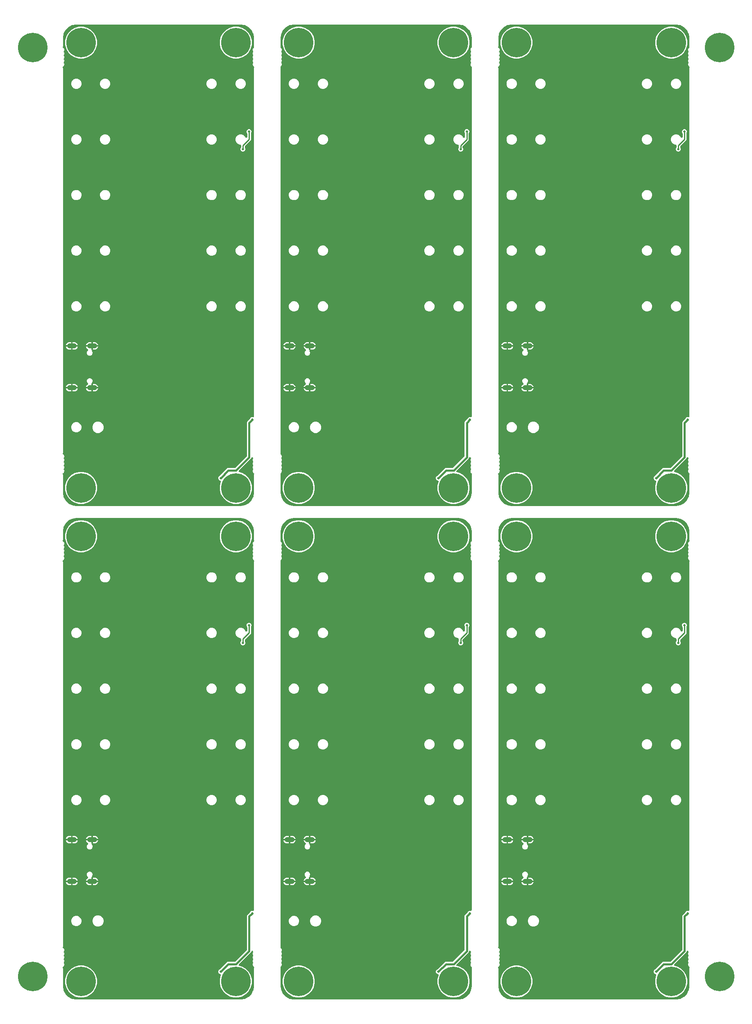
<source format=gbl>
G04 EAGLE Gerber RS-274X export*
G75*
%MOMM*%
%FSLAX34Y34*%
%LPD*%
%INBottom Copper*%
%IPPOS*%
%AMOC8*
5,1,8,0,0,1.08239X$1,22.5*%
G01*
G04 Define Apertures*
%ADD10C,6.100000*%
%ADD11C,1.000000*%
%ADD12C,0.502400*%
%ADD13C,0.406400*%
%ADD14C,0.254000*%
G36*
X470318Y2565D02*
X478176Y3810D01*
X478780Y4006D01*
X485869Y7618D01*
X486383Y7991D01*
X492009Y13617D01*
X492382Y14131D01*
X495994Y21220D01*
X496190Y21824D01*
X497435Y29682D01*
X497460Y30000D01*
X497460Y67494D01*
X497779Y68263D01*
X497933Y69057D01*
X497766Y69848D01*
X497338Y70478D01*
X495693Y72122D01*
X494920Y73990D01*
X494920Y76010D01*
X495733Y77972D01*
X495887Y78766D01*
X495733Y79528D01*
X494920Y81490D01*
X494920Y83510D01*
X495733Y85472D01*
X495887Y86266D01*
X495733Y87028D01*
X494920Y88990D01*
X494920Y91010D01*
X495733Y92972D01*
X495887Y93766D01*
X495733Y94528D01*
X494920Y96490D01*
X494920Y98510D01*
X495733Y100472D01*
X495887Y101266D01*
X495733Y102028D01*
X495653Y102219D01*
X495201Y102890D01*
X494524Y103331D01*
X493727Y103473D01*
X492939Y103293D01*
X492283Y102820D01*
X491899Y102219D01*
X491201Y100535D01*
X466331Y75665D01*
X465884Y74991D01*
X465736Y74196D01*
X465909Y73406D01*
X466377Y72746D01*
X467242Y72265D01*
X472753Y70788D01*
X480287Y66439D01*
X486439Y60287D01*
X490788Y52753D01*
X493040Y44350D01*
X493040Y35650D01*
X490788Y27247D01*
X486439Y19713D01*
X480287Y13561D01*
X472753Y9212D01*
X464350Y6960D01*
X455650Y6960D01*
X447247Y9212D01*
X439713Y13561D01*
X433561Y19713D01*
X429212Y27247D01*
X426960Y35650D01*
X426960Y44350D01*
X429185Y52653D01*
X429234Y53460D01*
X428965Y54222D01*
X428420Y54820D01*
X427948Y55036D01*
X427956Y55056D01*
X425726Y55980D01*
X424305Y57401D01*
X423536Y59258D01*
X423536Y61267D01*
X424305Y63124D01*
X425726Y64545D01*
X426511Y64871D01*
X427170Y65311D01*
X441873Y80013D01*
X443553Y80710D01*
X457602Y80710D01*
X458395Y80870D01*
X459039Y81305D01*
X482158Y104424D01*
X482604Y105098D01*
X482753Y105860D01*
X482753Y175472D01*
X483449Y177152D01*
X488626Y182330D01*
X489067Y182989D01*
X489392Y183774D01*
X490813Y185195D01*
X492670Y185965D01*
X494713Y185965D01*
X495444Y185822D01*
X496236Y185989D01*
X496899Y186452D01*
X497329Y187137D01*
X497460Y187854D01*
X497460Y907494D01*
X497779Y908263D01*
X497933Y909057D01*
X497766Y909848D01*
X497338Y910478D01*
X495693Y912122D01*
X494920Y913990D01*
X494920Y916010D01*
X495733Y917972D01*
X495887Y918766D01*
X495733Y919528D01*
X494920Y921490D01*
X494920Y923510D01*
X495733Y925472D01*
X495887Y926266D01*
X495733Y927028D01*
X494920Y928990D01*
X494920Y931010D01*
X495733Y932972D01*
X495887Y933766D01*
X495733Y934528D01*
X494920Y936490D01*
X494920Y938510D01*
X495733Y940472D01*
X495887Y941266D01*
X495733Y942028D01*
X494920Y943990D01*
X494920Y946010D01*
X495693Y947878D01*
X497338Y949522D01*
X497785Y950196D01*
X497933Y950991D01*
X497779Y951737D01*
X497460Y952506D01*
X497460Y970000D01*
X497435Y970318D01*
X496190Y978176D01*
X495994Y978780D01*
X492382Y985869D01*
X492009Y986383D01*
X486383Y992009D01*
X485869Y992382D01*
X478780Y995994D01*
X478176Y996190D01*
X470318Y997435D01*
X470000Y997460D01*
X130000Y997460D01*
X129682Y997435D01*
X121824Y996190D01*
X121220Y995994D01*
X114131Y992382D01*
X113617Y992009D01*
X107991Y986383D01*
X107618Y985869D01*
X104006Y978780D01*
X103810Y978176D01*
X102565Y970318D01*
X102540Y970000D01*
X102540Y952506D01*
X102222Y951737D01*
X102067Y950943D01*
X102234Y950152D01*
X102662Y949522D01*
X104307Y947878D01*
X105080Y946010D01*
X105080Y943990D01*
X104267Y942028D01*
X104113Y941234D01*
X104267Y940472D01*
X105080Y938510D01*
X105080Y936490D01*
X104267Y934528D01*
X104113Y933734D01*
X104267Y932972D01*
X105080Y931010D01*
X105080Y928990D01*
X104267Y927028D01*
X104113Y926234D01*
X104267Y925472D01*
X105080Y923510D01*
X105080Y921490D01*
X104267Y919528D01*
X104113Y918734D01*
X104267Y917972D01*
X105080Y916010D01*
X105080Y913990D01*
X104307Y912122D01*
X102662Y910478D01*
X102215Y909804D01*
X102067Y909009D01*
X102222Y908263D01*
X102540Y907494D01*
X102540Y112506D01*
X102222Y111737D01*
X102067Y110943D01*
X102234Y110152D01*
X102662Y109522D01*
X104307Y107878D01*
X105080Y106010D01*
X105080Y103990D01*
X104267Y102028D01*
X104113Y101234D01*
X104267Y100472D01*
X105080Y98510D01*
X105080Y96490D01*
X104267Y94528D01*
X104113Y93734D01*
X104267Y92972D01*
X105080Y91010D01*
X105080Y88990D01*
X104267Y87028D01*
X104113Y86234D01*
X104267Y85472D01*
X105080Y83510D01*
X105080Y81490D01*
X104267Y79528D01*
X104113Y78734D01*
X104267Y77972D01*
X105080Y76010D01*
X105080Y73990D01*
X104307Y72122D01*
X102662Y70478D01*
X102215Y69804D01*
X102067Y69009D01*
X102222Y68263D01*
X102540Y67494D01*
X102540Y30000D01*
X102565Y29682D01*
X103810Y21824D01*
X104006Y21220D01*
X107618Y14131D01*
X107991Y13617D01*
X113617Y7991D01*
X114131Y7618D01*
X121220Y4006D01*
X121824Y3810D01*
X129682Y2565D01*
X130000Y2540D01*
X470000Y2540D01*
X470318Y2565D01*
G37*
%LPC*%
G36*
X455650Y926960D02*
X447247Y929212D01*
X439713Y933561D01*
X433561Y939713D01*
X429212Y947247D01*
X426960Y955650D01*
X426960Y964350D01*
X429212Y972753D01*
X433561Y980287D01*
X439713Y986439D01*
X447247Y990788D01*
X455650Y993040D01*
X464350Y993040D01*
X472753Y990788D01*
X480287Y986439D01*
X486439Y980287D01*
X490788Y972753D01*
X493040Y964350D01*
X493040Y955650D01*
X490788Y947247D01*
X486439Y939713D01*
X480287Y933561D01*
X472753Y929212D01*
X464350Y926960D01*
X455650Y926960D01*
G37*
G36*
X135650Y926960D02*
X127247Y929212D01*
X119713Y933561D01*
X113561Y939713D01*
X109212Y947247D01*
X106960Y955650D01*
X106960Y964350D01*
X109212Y972753D01*
X113561Y980287D01*
X119713Y986439D01*
X127247Y990788D01*
X135650Y993040D01*
X144350Y993040D01*
X152753Y990788D01*
X160287Y986439D01*
X166439Y980287D01*
X170788Y972753D01*
X173040Y964350D01*
X173040Y955650D01*
X170788Y947247D01*
X166439Y939713D01*
X160287Y933561D01*
X152753Y929212D01*
X144350Y926960D01*
X135650Y926960D01*
G37*
G36*
X467903Y864460D02*
X464030Y866065D01*
X461065Y869030D01*
X459460Y872903D01*
X459460Y877097D01*
X461065Y880970D01*
X464030Y883935D01*
X467903Y885540D01*
X472097Y885540D01*
X475970Y883935D01*
X478935Y880970D01*
X480540Y877097D01*
X480540Y872903D01*
X478935Y869030D01*
X475970Y866065D01*
X472097Y864460D01*
X467903Y864460D01*
G37*
G36*
X407903Y864460D02*
X404030Y866065D01*
X401065Y869030D01*
X399460Y872903D01*
X399460Y877097D01*
X401065Y880970D01*
X404030Y883935D01*
X407903Y885540D01*
X412097Y885540D01*
X415970Y883935D01*
X418935Y880970D01*
X420540Y877097D01*
X420540Y872903D01*
X418935Y869030D01*
X415970Y866065D01*
X412097Y864460D01*
X407903Y864460D01*
G37*
G36*
X187903Y864460D02*
X184030Y866065D01*
X181065Y869030D01*
X179460Y872903D01*
X179460Y877097D01*
X181065Y880970D01*
X184030Y883935D01*
X187903Y885540D01*
X192097Y885540D01*
X195970Y883935D01*
X198935Y880970D01*
X200540Y877097D01*
X200540Y872903D01*
X198935Y869030D01*
X195970Y866065D01*
X192097Y864460D01*
X187903Y864460D01*
G37*
G36*
X127903Y864460D02*
X124030Y866065D01*
X121065Y869030D01*
X119460Y872903D01*
X119460Y877097D01*
X121065Y880970D01*
X124030Y883935D01*
X127903Y885540D01*
X132097Y885540D01*
X135970Y883935D01*
X138935Y880970D01*
X140540Y877097D01*
X140540Y872903D01*
X138935Y869030D01*
X135970Y866065D01*
X132097Y864460D01*
X127903Y864460D01*
G37*
G36*
X473620Y734661D02*
X471763Y735430D01*
X470342Y736851D01*
X469573Y738708D01*
X469573Y740717D01*
X470411Y742740D01*
X470666Y743126D01*
X470815Y743889D01*
X470815Y747428D01*
X470654Y748221D01*
X470197Y748888D01*
X469516Y749323D01*
X468783Y749460D01*
X467903Y749460D01*
X464030Y751065D01*
X461065Y754030D01*
X459460Y757903D01*
X459460Y762097D01*
X461065Y765970D01*
X464030Y768935D01*
X467903Y770540D01*
X472097Y770540D01*
X475970Y768935D01*
X478935Y765970D01*
X479606Y764352D01*
X480058Y763682D01*
X480735Y763240D01*
X481532Y763098D01*
X482320Y763278D01*
X482976Y763751D01*
X483395Y764443D01*
X483515Y765130D01*
X483515Y772049D01*
X483354Y772841D01*
X483106Y773210D01*
X482273Y775220D01*
X482273Y777230D01*
X483042Y779087D01*
X484463Y780508D01*
X486320Y781277D01*
X488330Y781277D01*
X490187Y780508D01*
X491608Y779087D01*
X492377Y777230D01*
X492377Y775220D01*
X491539Y773197D01*
X491284Y772811D01*
X491135Y772049D01*
X491135Y758772D01*
X479030Y746667D01*
X478584Y745993D01*
X478435Y745230D01*
X478435Y743889D01*
X478596Y743096D01*
X478844Y742728D01*
X479677Y740717D01*
X479677Y738708D01*
X478908Y736851D01*
X477487Y735430D01*
X475630Y734661D01*
X473620Y734661D01*
G37*
G36*
X407903Y749460D02*
X404030Y751065D01*
X401065Y754030D01*
X399460Y757903D01*
X399460Y762097D01*
X401065Y765970D01*
X404030Y768935D01*
X407903Y770540D01*
X412097Y770540D01*
X415970Y768935D01*
X418935Y765970D01*
X420540Y762097D01*
X420540Y757903D01*
X418935Y754030D01*
X415970Y751065D01*
X412097Y749460D01*
X407903Y749460D01*
G37*
G36*
X187903Y749460D02*
X184030Y751065D01*
X181065Y754030D01*
X179460Y757903D01*
X179460Y762097D01*
X181065Y765970D01*
X184030Y768935D01*
X187903Y770540D01*
X192097Y770540D01*
X195970Y768935D01*
X198935Y765970D01*
X200540Y762097D01*
X200540Y757903D01*
X198935Y754030D01*
X195970Y751065D01*
X192097Y749460D01*
X187903Y749460D01*
G37*
G36*
X127903Y749460D02*
X124030Y751065D01*
X121065Y754030D01*
X119460Y757903D01*
X119460Y762097D01*
X121065Y765970D01*
X124030Y768935D01*
X127903Y770540D01*
X132097Y770540D01*
X135970Y768935D01*
X138935Y765970D01*
X140540Y762097D01*
X140540Y757903D01*
X138935Y754030D01*
X135970Y751065D01*
X132097Y749460D01*
X127903Y749460D01*
G37*
G36*
X127903Y634460D02*
X124030Y636065D01*
X121065Y639030D01*
X119460Y642903D01*
X119460Y647097D01*
X121065Y650970D01*
X124030Y653935D01*
X127903Y655540D01*
X132097Y655540D01*
X135970Y653935D01*
X138935Y650970D01*
X140540Y647097D01*
X140540Y642903D01*
X138935Y639030D01*
X135970Y636065D01*
X132097Y634460D01*
X127903Y634460D01*
G37*
G36*
X467903Y634460D02*
X464030Y636065D01*
X461065Y639030D01*
X459460Y642903D01*
X459460Y647097D01*
X461065Y650970D01*
X464030Y653935D01*
X467903Y655540D01*
X472097Y655540D01*
X475970Y653935D01*
X478935Y650970D01*
X480540Y647097D01*
X480540Y642903D01*
X478935Y639030D01*
X475970Y636065D01*
X472097Y634460D01*
X467903Y634460D01*
G37*
G36*
X407903Y634460D02*
X404030Y636065D01*
X401065Y639030D01*
X399460Y642903D01*
X399460Y647097D01*
X401065Y650970D01*
X404030Y653935D01*
X407903Y655540D01*
X412097Y655540D01*
X415970Y653935D01*
X418935Y650970D01*
X420540Y647097D01*
X420540Y642903D01*
X418935Y639030D01*
X415970Y636065D01*
X412097Y634460D01*
X407903Y634460D01*
G37*
G36*
X187903Y634460D02*
X184030Y636065D01*
X181065Y639030D01*
X179460Y642903D01*
X179460Y647097D01*
X181065Y650970D01*
X184030Y653935D01*
X187903Y655540D01*
X192097Y655540D01*
X195970Y653935D01*
X198935Y650970D01*
X200540Y647097D01*
X200540Y642903D01*
X198935Y639030D01*
X195970Y636065D01*
X192097Y634460D01*
X187903Y634460D01*
G37*
G36*
X467903Y519460D02*
X464030Y521065D01*
X461065Y524030D01*
X459460Y527903D01*
X459460Y532097D01*
X461065Y535970D01*
X464030Y538935D01*
X467903Y540540D01*
X472097Y540540D01*
X475970Y538935D01*
X478935Y535970D01*
X480540Y532097D01*
X480540Y527903D01*
X478935Y524030D01*
X475970Y521065D01*
X472097Y519460D01*
X467903Y519460D01*
G37*
G36*
X127903Y519460D02*
X124030Y521065D01*
X121065Y524030D01*
X119460Y527903D01*
X119460Y532097D01*
X121065Y535970D01*
X124030Y538935D01*
X127903Y540540D01*
X132097Y540540D01*
X135970Y538935D01*
X138935Y535970D01*
X140540Y532097D01*
X140540Y527903D01*
X138935Y524030D01*
X135970Y521065D01*
X132097Y519460D01*
X127903Y519460D01*
G37*
G36*
X407903Y519460D02*
X404030Y521065D01*
X401065Y524030D01*
X399460Y527903D01*
X399460Y532097D01*
X401065Y535970D01*
X404030Y538935D01*
X407903Y540540D01*
X412097Y540540D01*
X415970Y538935D01*
X418935Y535970D01*
X420540Y532097D01*
X420540Y527903D01*
X418935Y524030D01*
X415970Y521065D01*
X412097Y519460D01*
X407903Y519460D01*
G37*
G36*
X187903Y519460D02*
X184030Y521065D01*
X181065Y524030D01*
X179460Y527903D01*
X179460Y532097D01*
X181065Y535970D01*
X184030Y538935D01*
X187903Y540540D01*
X192097Y540540D01*
X195970Y538935D01*
X198935Y535970D01*
X200540Y532097D01*
X200540Y527903D01*
X198935Y524030D01*
X195970Y521065D01*
X192097Y519460D01*
X187903Y519460D01*
G37*
G36*
X187903Y404460D02*
X184030Y406065D01*
X181065Y409030D01*
X179460Y412903D01*
X179460Y417097D01*
X181065Y420970D01*
X184030Y423935D01*
X187903Y425540D01*
X192097Y425540D01*
X195970Y423935D01*
X198935Y420970D01*
X200540Y417097D01*
X200540Y412903D01*
X198935Y409030D01*
X195970Y406065D01*
X192097Y404460D01*
X187903Y404460D01*
G37*
G36*
X127903Y404460D02*
X124030Y406065D01*
X121065Y409030D01*
X119460Y412903D01*
X119460Y417097D01*
X121065Y420970D01*
X124030Y423935D01*
X127903Y425540D01*
X132097Y425540D01*
X135970Y423935D01*
X138935Y420970D01*
X140540Y417097D01*
X140540Y412903D01*
X138935Y409030D01*
X135970Y406065D01*
X132097Y404460D01*
X127903Y404460D01*
G37*
G36*
X467903Y404460D02*
X464030Y406065D01*
X461065Y409030D01*
X459460Y412903D01*
X459460Y417097D01*
X461065Y420970D01*
X464030Y423935D01*
X467903Y425540D01*
X472097Y425540D01*
X475970Y423935D01*
X478935Y420970D01*
X480540Y417097D01*
X480540Y412903D01*
X478935Y409030D01*
X475970Y406065D01*
X472097Y404460D01*
X467903Y404460D01*
G37*
G36*
X407903Y404460D02*
X404030Y406065D01*
X401065Y409030D01*
X399460Y412903D01*
X399460Y417097D01*
X401065Y420970D01*
X404030Y423935D01*
X407903Y425540D01*
X412097Y425540D01*
X415970Y423935D01*
X418935Y420970D01*
X420540Y417097D01*
X420540Y412903D01*
X418935Y409030D01*
X415970Y406065D01*
X412097Y404460D01*
X407903Y404460D01*
G37*
G36*
X150270Y334724D02*
X151408Y337471D01*
X153529Y339592D01*
X156300Y340740D01*
X161276Y340740D01*
X161276Y334724D01*
X150270Y334724D01*
G37*
G36*
X108470Y334724D02*
X109608Y337471D01*
X111729Y339592D01*
X114500Y340740D01*
X119476Y340740D01*
X119476Y334724D01*
X108470Y334724D01*
G37*
G36*
X122524Y334724D02*
X122524Y340740D01*
X127500Y340740D01*
X130271Y339592D01*
X132392Y337471D01*
X133530Y334724D01*
X122524Y334724D01*
G37*
G36*
X164324Y334724D02*
X164324Y340740D01*
X169300Y340740D01*
X172071Y339592D01*
X174192Y337471D01*
X175330Y334724D01*
X164324Y334724D01*
G37*
G36*
X164324Y325660D02*
X164324Y331676D01*
X175330Y331676D01*
X174192Y328929D01*
X172071Y326808D01*
X169300Y325660D01*
X164324Y325660D01*
G37*
G36*
X156648Y313110D02*
X154520Y313991D01*
X152891Y315620D01*
X152010Y317748D01*
X152010Y320052D01*
X152891Y322180D01*
X154200Y323489D01*
X154647Y324163D01*
X154795Y324958D01*
X154622Y325748D01*
X154154Y326407D01*
X153541Y326803D01*
X153529Y326808D01*
X151408Y328929D01*
X150270Y331676D01*
X161276Y331676D01*
X161276Y324898D01*
X162582Y324898D01*
X162239Y324361D01*
X162103Y323563D01*
X162289Y322776D01*
X162697Y322191D01*
X162709Y322180D01*
X163590Y320052D01*
X163590Y317748D01*
X162709Y315620D01*
X161080Y313991D01*
X158952Y313110D01*
X156648Y313110D01*
G37*
G36*
X122524Y325660D02*
X122524Y331676D01*
X133530Y331676D01*
X132392Y328929D01*
X130271Y326808D01*
X127500Y325660D01*
X122524Y325660D01*
G37*
G36*
X114500Y325660D02*
X111729Y326808D01*
X109608Y328929D01*
X108470Y331676D01*
X119476Y331676D01*
X119476Y325660D01*
X114500Y325660D01*
G37*
G36*
X150270Y248324D02*
X151408Y251071D01*
X153529Y253192D01*
X153541Y253197D01*
X154212Y253649D01*
X154653Y254327D01*
X154795Y255123D01*
X154615Y255912D01*
X154200Y256511D01*
X152891Y257820D01*
X152010Y259948D01*
X152010Y262252D01*
X152891Y264380D01*
X154520Y266009D01*
X156648Y266890D01*
X158952Y266890D01*
X161080Y266009D01*
X162709Y264380D01*
X163590Y262252D01*
X163590Y259948D01*
X162709Y257820D01*
X162697Y257809D01*
X162251Y257135D01*
X162102Y256340D01*
X162276Y255550D01*
X162593Y255102D01*
X161276Y255102D01*
X161276Y248324D01*
X150270Y248324D01*
G37*
G36*
X164324Y248324D02*
X164324Y254340D01*
X169300Y254340D01*
X172071Y253192D01*
X174192Y251071D01*
X175330Y248324D01*
X164324Y248324D01*
G37*
G36*
X108470Y248324D02*
X109608Y251071D01*
X111729Y253192D01*
X114500Y254340D01*
X119476Y254340D01*
X119476Y248324D01*
X108470Y248324D01*
G37*
G36*
X122524Y248324D02*
X122524Y254340D01*
X127500Y254340D01*
X130271Y253192D01*
X132392Y251071D01*
X133530Y248324D01*
X122524Y248324D01*
G37*
G36*
X164324Y239260D02*
X164324Y245276D01*
X175330Y245276D01*
X174192Y242529D01*
X172071Y240408D01*
X169300Y239260D01*
X164324Y239260D01*
G37*
G36*
X156300Y239260D02*
X153529Y240408D01*
X151408Y242529D01*
X150270Y245276D01*
X161276Y245276D01*
X161276Y239260D01*
X156300Y239260D01*
G37*
G36*
X122524Y239260D02*
X122524Y245276D01*
X133530Y245276D01*
X132392Y242529D01*
X130271Y240408D01*
X127500Y239260D01*
X122524Y239260D01*
G37*
G36*
X114500Y239260D02*
X111729Y240408D01*
X109608Y242529D01*
X108470Y245276D01*
X119476Y245276D01*
X119476Y239260D01*
X114500Y239260D01*
G37*
G36*
X172705Y153460D02*
X168463Y155217D01*
X165217Y158463D01*
X163460Y162705D01*
X163460Y167295D01*
X165217Y171537D01*
X168463Y174783D01*
X172705Y176540D01*
X177295Y176540D01*
X181537Y174783D01*
X184783Y171537D01*
X186540Y167295D01*
X186540Y162705D01*
X184783Y158463D01*
X181537Y155217D01*
X177295Y153460D01*
X172705Y153460D01*
G37*
G36*
X127903Y154460D02*
X124030Y156065D01*
X121065Y159030D01*
X119460Y162903D01*
X119460Y167097D01*
X121065Y170970D01*
X124030Y173935D01*
X127903Y175540D01*
X132097Y175540D01*
X135970Y173935D01*
X138935Y170970D01*
X140540Y167097D01*
X140540Y162903D01*
X138935Y159030D01*
X135970Y156065D01*
X132097Y154460D01*
X127903Y154460D01*
G37*
G36*
X135650Y6960D02*
X127247Y9212D01*
X119713Y13561D01*
X113561Y19713D01*
X109212Y27247D01*
X106960Y35650D01*
X106960Y44350D01*
X109212Y52753D01*
X113561Y60287D01*
X119713Y66439D01*
X127247Y70788D01*
X135650Y73040D01*
X144350Y73040D01*
X152753Y70788D01*
X160287Y66439D01*
X166439Y60287D01*
X170788Y52753D01*
X173040Y44350D01*
X173040Y35650D01*
X170788Y27247D01*
X166439Y19713D01*
X160287Y13561D01*
X152753Y9212D01*
X144350Y6960D01*
X135650Y6960D01*
G37*
%LPD*%
G36*
X470318Y1022565D02*
X478176Y1023810D01*
X478780Y1024006D01*
X485869Y1027618D01*
X486383Y1027991D01*
X492009Y1033617D01*
X492382Y1034131D01*
X495994Y1041220D01*
X496190Y1041824D01*
X497435Y1049682D01*
X497460Y1050000D01*
X497460Y1087494D01*
X497779Y1088263D01*
X497933Y1089057D01*
X497766Y1089848D01*
X497338Y1090478D01*
X495693Y1092122D01*
X494920Y1093990D01*
X494920Y1096010D01*
X495733Y1097972D01*
X495887Y1098766D01*
X495733Y1099528D01*
X494920Y1101490D01*
X494920Y1103510D01*
X495733Y1105472D01*
X495887Y1106266D01*
X495733Y1107028D01*
X494920Y1108990D01*
X494920Y1111010D01*
X495733Y1112972D01*
X495887Y1113766D01*
X495733Y1114528D01*
X494920Y1116490D01*
X494920Y1118510D01*
X495733Y1120472D01*
X495887Y1121266D01*
X495733Y1122028D01*
X495653Y1122219D01*
X495201Y1122890D01*
X494524Y1123331D01*
X493727Y1123473D01*
X492939Y1123293D01*
X492283Y1122820D01*
X491899Y1122219D01*
X491201Y1120535D01*
X466331Y1095665D01*
X465884Y1094991D01*
X465736Y1094196D01*
X465909Y1093406D01*
X466377Y1092746D01*
X467242Y1092265D01*
X472753Y1090788D01*
X480287Y1086439D01*
X486439Y1080287D01*
X490788Y1072753D01*
X493040Y1064350D01*
X493040Y1055650D01*
X490788Y1047247D01*
X486439Y1039713D01*
X480287Y1033561D01*
X472753Y1029212D01*
X464350Y1026960D01*
X455650Y1026960D01*
X447247Y1029212D01*
X439713Y1033561D01*
X433561Y1039713D01*
X429212Y1047247D01*
X426960Y1055650D01*
X426960Y1064350D01*
X429185Y1072653D01*
X429234Y1073460D01*
X428965Y1074222D01*
X428420Y1074820D01*
X427948Y1075036D01*
X427956Y1075056D01*
X425726Y1075980D01*
X424305Y1077401D01*
X423536Y1079258D01*
X423536Y1081267D01*
X424305Y1083124D01*
X425726Y1084545D01*
X426511Y1084871D01*
X427170Y1085311D01*
X441873Y1100013D01*
X443553Y1100710D01*
X457602Y1100710D01*
X458395Y1100870D01*
X459039Y1101305D01*
X482158Y1124424D01*
X482604Y1125098D01*
X482753Y1125860D01*
X482753Y1195472D01*
X483449Y1197152D01*
X488626Y1202330D01*
X489067Y1202989D01*
X489392Y1203774D01*
X490813Y1205195D01*
X492670Y1205965D01*
X494713Y1205965D01*
X495444Y1205822D01*
X496236Y1205989D01*
X496899Y1206452D01*
X497329Y1207137D01*
X497460Y1207854D01*
X497460Y1927494D01*
X497779Y1928263D01*
X497933Y1929057D01*
X497766Y1929848D01*
X497338Y1930478D01*
X495693Y1932122D01*
X494920Y1933990D01*
X494920Y1936010D01*
X495733Y1937972D01*
X495887Y1938766D01*
X495733Y1939528D01*
X494920Y1941490D01*
X494920Y1943510D01*
X495733Y1945472D01*
X495887Y1946266D01*
X495733Y1947028D01*
X494920Y1948990D01*
X494920Y1951010D01*
X495733Y1952972D01*
X495887Y1953766D01*
X495733Y1954528D01*
X494920Y1956490D01*
X494920Y1958510D01*
X495733Y1960472D01*
X495887Y1961266D01*
X495733Y1962028D01*
X494920Y1963990D01*
X494920Y1966010D01*
X495693Y1967878D01*
X497338Y1969522D01*
X497785Y1970196D01*
X497933Y1970991D01*
X497779Y1971737D01*
X497460Y1972506D01*
X497460Y1990000D01*
X497435Y1990318D01*
X496190Y1998176D01*
X495994Y1998780D01*
X492382Y2005869D01*
X492009Y2006383D01*
X486383Y2012009D01*
X485869Y2012382D01*
X478780Y2015994D01*
X478176Y2016190D01*
X470318Y2017435D01*
X470000Y2017460D01*
X130000Y2017460D01*
X129682Y2017435D01*
X121824Y2016190D01*
X121220Y2015994D01*
X114131Y2012382D01*
X113617Y2012009D01*
X107991Y2006383D01*
X107618Y2005869D01*
X104006Y1998780D01*
X103810Y1998176D01*
X102565Y1990318D01*
X102540Y1990000D01*
X102540Y1972506D01*
X102222Y1971737D01*
X102067Y1970943D01*
X102234Y1970152D01*
X102662Y1969522D01*
X104307Y1967878D01*
X105080Y1966010D01*
X105080Y1963990D01*
X104267Y1962028D01*
X104113Y1961234D01*
X104267Y1960472D01*
X105080Y1958510D01*
X105080Y1956490D01*
X104267Y1954528D01*
X104113Y1953734D01*
X104267Y1952972D01*
X105080Y1951010D01*
X105080Y1948990D01*
X104267Y1947028D01*
X104113Y1946234D01*
X104267Y1945472D01*
X105080Y1943510D01*
X105080Y1941490D01*
X104267Y1939528D01*
X104113Y1938734D01*
X104267Y1937972D01*
X105080Y1936010D01*
X105080Y1933990D01*
X104307Y1932122D01*
X102662Y1930478D01*
X102215Y1929804D01*
X102067Y1929009D01*
X102222Y1928263D01*
X102540Y1927494D01*
X102540Y1132506D01*
X102222Y1131737D01*
X102067Y1130943D01*
X102234Y1130152D01*
X102662Y1129522D01*
X104307Y1127878D01*
X105080Y1126010D01*
X105080Y1123990D01*
X104267Y1122028D01*
X104113Y1121234D01*
X104267Y1120472D01*
X105080Y1118510D01*
X105080Y1116490D01*
X104267Y1114528D01*
X104113Y1113734D01*
X104267Y1112972D01*
X105080Y1111010D01*
X105080Y1108990D01*
X104267Y1107028D01*
X104113Y1106234D01*
X104267Y1105472D01*
X105080Y1103510D01*
X105080Y1101490D01*
X104267Y1099528D01*
X104113Y1098734D01*
X104267Y1097972D01*
X105080Y1096010D01*
X105080Y1093990D01*
X104307Y1092122D01*
X102662Y1090478D01*
X102215Y1089804D01*
X102067Y1089009D01*
X102222Y1088263D01*
X102540Y1087494D01*
X102540Y1050000D01*
X102565Y1049682D01*
X103810Y1041824D01*
X104006Y1041220D01*
X107618Y1034131D01*
X107991Y1033617D01*
X113617Y1027991D01*
X114131Y1027618D01*
X121220Y1024006D01*
X121824Y1023810D01*
X129682Y1022565D01*
X130000Y1022540D01*
X470000Y1022540D01*
X470318Y1022565D01*
G37*
%LPC*%
G36*
X455650Y1946960D02*
X447247Y1949212D01*
X439713Y1953561D01*
X433561Y1959713D01*
X429212Y1967247D01*
X426960Y1975650D01*
X426960Y1984350D01*
X429212Y1992753D01*
X433561Y2000287D01*
X439713Y2006439D01*
X447247Y2010788D01*
X455650Y2013040D01*
X464350Y2013040D01*
X472753Y2010788D01*
X480287Y2006439D01*
X486439Y2000287D01*
X490788Y1992753D01*
X493040Y1984350D01*
X493040Y1975650D01*
X490788Y1967247D01*
X486439Y1959713D01*
X480287Y1953561D01*
X472753Y1949212D01*
X464350Y1946960D01*
X455650Y1946960D01*
G37*
G36*
X135650Y1946960D02*
X127247Y1949212D01*
X119713Y1953561D01*
X113561Y1959713D01*
X109212Y1967247D01*
X106960Y1975650D01*
X106960Y1984350D01*
X109212Y1992753D01*
X113561Y2000287D01*
X119713Y2006439D01*
X127247Y2010788D01*
X135650Y2013040D01*
X144350Y2013040D01*
X152753Y2010788D01*
X160287Y2006439D01*
X166439Y2000287D01*
X170788Y1992753D01*
X173040Y1984350D01*
X173040Y1975650D01*
X170788Y1967247D01*
X166439Y1959713D01*
X160287Y1953561D01*
X152753Y1949212D01*
X144350Y1946960D01*
X135650Y1946960D01*
G37*
G36*
X467903Y1884460D02*
X464030Y1886065D01*
X461065Y1889030D01*
X459460Y1892903D01*
X459460Y1897097D01*
X461065Y1900970D01*
X464030Y1903935D01*
X467903Y1905540D01*
X472097Y1905540D01*
X475970Y1903935D01*
X478935Y1900970D01*
X480540Y1897097D01*
X480540Y1892903D01*
X478935Y1889030D01*
X475970Y1886065D01*
X472097Y1884460D01*
X467903Y1884460D01*
G37*
G36*
X407903Y1884460D02*
X404030Y1886065D01*
X401065Y1889030D01*
X399460Y1892903D01*
X399460Y1897097D01*
X401065Y1900970D01*
X404030Y1903935D01*
X407903Y1905540D01*
X412097Y1905540D01*
X415970Y1903935D01*
X418935Y1900970D01*
X420540Y1897097D01*
X420540Y1892903D01*
X418935Y1889030D01*
X415970Y1886065D01*
X412097Y1884460D01*
X407903Y1884460D01*
G37*
G36*
X187903Y1884460D02*
X184030Y1886065D01*
X181065Y1889030D01*
X179460Y1892903D01*
X179460Y1897097D01*
X181065Y1900970D01*
X184030Y1903935D01*
X187903Y1905540D01*
X192097Y1905540D01*
X195970Y1903935D01*
X198935Y1900970D01*
X200540Y1897097D01*
X200540Y1892903D01*
X198935Y1889030D01*
X195970Y1886065D01*
X192097Y1884460D01*
X187903Y1884460D01*
G37*
G36*
X127903Y1884460D02*
X124030Y1886065D01*
X121065Y1889030D01*
X119460Y1892903D01*
X119460Y1897097D01*
X121065Y1900970D01*
X124030Y1903935D01*
X127903Y1905540D01*
X132097Y1905540D01*
X135970Y1903935D01*
X138935Y1900970D01*
X140540Y1897097D01*
X140540Y1892903D01*
X138935Y1889030D01*
X135970Y1886065D01*
X132097Y1884460D01*
X127903Y1884460D01*
G37*
G36*
X473620Y1754661D02*
X471763Y1755430D01*
X470342Y1756851D01*
X469573Y1758708D01*
X469573Y1760717D01*
X470411Y1762740D01*
X470666Y1763126D01*
X470815Y1763889D01*
X470815Y1767428D01*
X470654Y1768221D01*
X470197Y1768888D01*
X469516Y1769323D01*
X468783Y1769460D01*
X467903Y1769460D01*
X464030Y1771065D01*
X461065Y1774030D01*
X459460Y1777903D01*
X459460Y1782097D01*
X461065Y1785970D01*
X464030Y1788935D01*
X467903Y1790540D01*
X472097Y1790540D01*
X475970Y1788935D01*
X478935Y1785970D01*
X479606Y1784352D01*
X480058Y1783682D01*
X480735Y1783240D01*
X481532Y1783098D01*
X482320Y1783278D01*
X482976Y1783751D01*
X483395Y1784443D01*
X483515Y1785130D01*
X483515Y1792049D01*
X483354Y1792841D01*
X483106Y1793210D01*
X482273Y1795220D01*
X482273Y1797230D01*
X483042Y1799087D01*
X484463Y1800508D01*
X486320Y1801277D01*
X488330Y1801277D01*
X490187Y1800508D01*
X491608Y1799087D01*
X492377Y1797230D01*
X492377Y1795220D01*
X491539Y1793197D01*
X491284Y1792811D01*
X491135Y1792049D01*
X491135Y1778772D01*
X479030Y1766667D01*
X478584Y1765993D01*
X478435Y1765230D01*
X478435Y1763889D01*
X478596Y1763096D01*
X478844Y1762728D01*
X479677Y1760717D01*
X479677Y1758708D01*
X478908Y1756851D01*
X477487Y1755430D01*
X475630Y1754661D01*
X473620Y1754661D01*
G37*
G36*
X407903Y1769460D02*
X404030Y1771065D01*
X401065Y1774030D01*
X399460Y1777903D01*
X399460Y1782097D01*
X401065Y1785970D01*
X404030Y1788935D01*
X407903Y1790540D01*
X412097Y1790540D01*
X415970Y1788935D01*
X418935Y1785970D01*
X420540Y1782097D01*
X420540Y1777903D01*
X418935Y1774030D01*
X415970Y1771065D01*
X412097Y1769460D01*
X407903Y1769460D01*
G37*
G36*
X187903Y1769460D02*
X184030Y1771065D01*
X181065Y1774030D01*
X179460Y1777903D01*
X179460Y1782097D01*
X181065Y1785970D01*
X184030Y1788935D01*
X187903Y1790540D01*
X192097Y1790540D01*
X195970Y1788935D01*
X198935Y1785970D01*
X200540Y1782097D01*
X200540Y1777903D01*
X198935Y1774030D01*
X195970Y1771065D01*
X192097Y1769460D01*
X187903Y1769460D01*
G37*
G36*
X127903Y1769460D02*
X124030Y1771065D01*
X121065Y1774030D01*
X119460Y1777903D01*
X119460Y1782097D01*
X121065Y1785970D01*
X124030Y1788935D01*
X127903Y1790540D01*
X132097Y1790540D01*
X135970Y1788935D01*
X138935Y1785970D01*
X140540Y1782097D01*
X140540Y1777903D01*
X138935Y1774030D01*
X135970Y1771065D01*
X132097Y1769460D01*
X127903Y1769460D01*
G37*
G36*
X127903Y1654460D02*
X124030Y1656065D01*
X121065Y1659030D01*
X119460Y1662903D01*
X119460Y1667097D01*
X121065Y1670970D01*
X124030Y1673935D01*
X127903Y1675540D01*
X132097Y1675540D01*
X135970Y1673935D01*
X138935Y1670970D01*
X140540Y1667097D01*
X140540Y1662903D01*
X138935Y1659030D01*
X135970Y1656065D01*
X132097Y1654460D01*
X127903Y1654460D01*
G37*
G36*
X467903Y1654460D02*
X464030Y1656065D01*
X461065Y1659030D01*
X459460Y1662903D01*
X459460Y1667097D01*
X461065Y1670970D01*
X464030Y1673935D01*
X467903Y1675540D01*
X472097Y1675540D01*
X475970Y1673935D01*
X478935Y1670970D01*
X480540Y1667097D01*
X480540Y1662903D01*
X478935Y1659030D01*
X475970Y1656065D01*
X472097Y1654460D01*
X467903Y1654460D01*
G37*
G36*
X407903Y1654460D02*
X404030Y1656065D01*
X401065Y1659030D01*
X399460Y1662903D01*
X399460Y1667097D01*
X401065Y1670970D01*
X404030Y1673935D01*
X407903Y1675540D01*
X412097Y1675540D01*
X415970Y1673935D01*
X418935Y1670970D01*
X420540Y1667097D01*
X420540Y1662903D01*
X418935Y1659030D01*
X415970Y1656065D01*
X412097Y1654460D01*
X407903Y1654460D01*
G37*
G36*
X187903Y1654460D02*
X184030Y1656065D01*
X181065Y1659030D01*
X179460Y1662903D01*
X179460Y1667097D01*
X181065Y1670970D01*
X184030Y1673935D01*
X187903Y1675540D01*
X192097Y1675540D01*
X195970Y1673935D01*
X198935Y1670970D01*
X200540Y1667097D01*
X200540Y1662903D01*
X198935Y1659030D01*
X195970Y1656065D01*
X192097Y1654460D01*
X187903Y1654460D01*
G37*
G36*
X467903Y1539460D02*
X464030Y1541065D01*
X461065Y1544030D01*
X459460Y1547903D01*
X459460Y1552097D01*
X461065Y1555970D01*
X464030Y1558935D01*
X467903Y1560540D01*
X472097Y1560540D01*
X475970Y1558935D01*
X478935Y1555970D01*
X480540Y1552097D01*
X480540Y1547903D01*
X478935Y1544030D01*
X475970Y1541065D01*
X472097Y1539460D01*
X467903Y1539460D01*
G37*
G36*
X127903Y1539460D02*
X124030Y1541065D01*
X121065Y1544030D01*
X119460Y1547903D01*
X119460Y1552097D01*
X121065Y1555970D01*
X124030Y1558935D01*
X127903Y1560540D01*
X132097Y1560540D01*
X135970Y1558935D01*
X138935Y1555970D01*
X140540Y1552097D01*
X140540Y1547903D01*
X138935Y1544030D01*
X135970Y1541065D01*
X132097Y1539460D01*
X127903Y1539460D01*
G37*
G36*
X407903Y1539460D02*
X404030Y1541065D01*
X401065Y1544030D01*
X399460Y1547903D01*
X399460Y1552097D01*
X401065Y1555970D01*
X404030Y1558935D01*
X407903Y1560540D01*
X412097Y1560540D01*
X415970Y1558935D01*
X418935Y1555970D01*
X420540Y1552097D01*
X420540Y1547903D01*
X418935Y1544030D01*
X415970Y1541065D01*
X412097Y1539460D01*
X407903Y1539460D01*
G37*
G36*
X187903Y1539460D02*
X184030Y1541065D01*
X181065Y1544030D01*
X179460Y1547903D01*
X179460Y1552097D01*
X181065Y1555970D01*
X184030Y1558935D01*
X187903Y1560540D01*
X192097Y1560540D01*
X195970Y1558935D01*
X198935Y1555970D01*
X200540Y1552097D01*
X200540Y1547903D01*
X198935Y1544030D01*
X195970Y1541065D01*
X192097Y1539460D01*
X187903Y1539460D01*
G37*
G36*
X187903Y1424460D02*
X184030Y1426065D01*
X181065Y1429030D01*
X179460Y1432903D01*
X179460Y1437097D01*
X181065Y1440970D01*
X184030Y1443935D01*
X187903Y1445540D01*
X192097Y1445540D01*
X195970Y1443935D01*
X198935Y1440970D01*
X200540Y1437097D01*
X200540Y1432903D01*
X198935Y1429030D01*
X195970Y1426065D01*
X192097Y1424460D01*
X187903Y1424460D01*
G37*
G36*
X127903Y1424460D02*
X124030Y1426065D01*
X121065Y1429030D01*
X119460Y1432903D01*
X119460Y1437097D01*
X121065Y1440970D01*
X124030Y1443935D01*
X127903Y1445540D01*
X132097Y1445540D01*
X135970Y1443935D01*
X138935Y1440970D01*
X140540Y1437097D01*
X140540Y1432903D01*
X138935Y1429030D01*
X135970Y1426065D01*
X132097Y1424460D01*
X127903Y1424460D01*
G37*
G36*
X467903Y1424460D02*
X464030Y1426065D01*
X461065Y1429030D01*
X459460Y1432903D01*
X459460Y1437097D01*
X461065Y1440970D01*
X464030Y1443935D01*
X467903Y1445540D01*
X472097Y1445540D01*
X475970Y1443935D01*
X478935Y1440970D01*
X480540Y1437097D01*
X480540Y1432903D01*
X478935Y1429030D01*
X475970Y1426065D01*
X472097Y1424460D01*
X467903Y1424460D01*
G37*
G36*
X407903Y1424460D02*
X404030Y1426065D01*
X401065Y1429030D01*
X399460Y1432903D01*
X399460Y1437097D01*
X401065Y1440970D01*
X404030Y1443935D01*
X407903Y1445540D01*
X412097Y1445540D01*
X415970Y1443935D01*
X418935Y1440970D01*
X420540Y1437097D01*
X420540Y1432903D01*
X418935Y1429030D01*
X415970Y1426065D01*
X412097Y1424460D01*
X407903Y1424460D01*
G37*
G36*
X150270Y1354724D02*
X151408Y1357471D01*
X153529Y1359592D01*
X156300Y1360740D01*
X161276Y1360740D01*
X161276Y1354724D01*
X150270Y1354724D01*
G37*
G36*
X108470Y1354724D02*
X109608Y1357471D01*
X111729Y1359592D01*
X114500Y1360740D01*
X119476Y1360740D01*
X119476Y1354724D01*
X108470Y1354724D01*
G37*
G36*
X122524Y1354724D02*
X122524Y1360740D01*
X127500Y1360740D01*
X130271Y1359592D01*
X132392Y1357471D01*
X133530Y1354724D01*
X122524Y1354724D01*
G37*
G36*
X164324Y1354724D02*
X164324Y1360740D01*
X169300Y1360740D01*
X172071Y1359592D01*
X174192Y1357471D01*
X175330Y1354724D01*
X164324Y1354724D01*
G37*
G36*
X164324Y1345660D02*
X164324Y1351676D01*
X175330Y1351676D01*
X174192Y1348929D01*
X172071Y1346808D01*
X169300Y1345660D01*
X164324Y1345660D01*
G37*
G36*
X156648Y1333110D02*
X154520Y1333991D01*
X152891Y1335620D01*
X152010Y1337748D01*
X152010Y1340052D01*
X152891Y1342180D01*
X154200Y1343489D01*
X154647Y1344163D01*
X154795Y1344958D01*
X154622Y1345748D01*
X154154Y1346407D01*
X153541Y1346803D01*
X153529Y1346808D01*
X151408Y1348929D01*
X150270Y1351676D01*
X161276Y1351676D01*
X161276Y1344898D01*
X162582Y1344898D01*
X162239Y1344361D01*
X162103Y1343563D01*
X162289Y1342776D01*
X162697Y1342191D01*
X162709Y1342180D01*
X163590Y1340052D01*
X163590Y1337748D01*
X162709Y1335620D01*
X161080Y1333991D01*
X158952Y1333110D01*
X156648Y1333110D01*
G37*
G36*
X122524Y1345660D02*
X122524Y1351676D01*
X133530Y1351676D01*
X132392Y1348929D01*
X130271Y1346808D01*
X127500Y1345660D01*
X122524Y1345660D01*
G37*
G36*
X114500Y1345660D02*
X111729Y1346808D01*
X109608Y1348929D01*
X108470Y1351676D01*
X119476Y1351676D01*
X119476Y1345660D01*
X114500Y1345660D01*
G37*
G36*
X150270Y1268324D02*
X151408Y1271071D01*
X153529Y1273192D01*
X153541Y1273197D01*
X154212Y1273649D01*
X154653Y1274327D01*
X154795Y1275123D01*
X154615Y1275912D01*
X154200Y1276511D01*
X152891Y1277820D01*
X152010Y1279948D01*
X152010Y1282252D01*
X152891Y1284380D01*
X154520Y1286009D01*
X156648Y1286890D01*
X158952Y1286890D01*
X161080Y1286009D01*
X162709Y1284380D01*
X163590Y1282252D01*
X163590Y1279948D01*
X162709Y1277820D01*
X162697Y1277809D01*
X162251Y1277135D01*
X162102Y1276340D01*
X162276Y1275550D01*
X162593Y1275102D01*
X161276Y1275102D01*
X161276Y1268324D01*
X150270Y1268324D01*
G37*
G36*
X164324Y1268324D02*
X164324Y1274340D01*
X169300Y1274340D01*
X172071Y1273192D01*
X174192Y1271071D01*
X175330Y1268324D01*
X164324Y1268324D01*
G37*
G36*
X108470Y1268324D02*
X109608Y1271071D01*
X111729Y1273192D01*
X114500Y1274340D01*
X119476Y1274340D01*
X119476Y1268324D01*
X108470Y1268324D01*
G37*
G36*
X122524Y1268324D02*
X122524Y1274340D01*
X127500Y1274340D01*
X130271Y1273192D01*
X132392Y1271071D01*
X133530Y1268324D01*
X122524Y1268324D01*
G37*
G36*
X164324Y1259260D02*
X164324Y1265276D01*
X175330Y1265276D01*
X174192Y1262529D01*
X172071Y1260408D01*
X169300Y1259260D01*
X164324Y1259260D01*
G37*
G36*
X156300Y1259260D02*
X153529Y1260408D01*
X151408Y1262529D01*
X150270Y1265276D01*
X161276Y1265276D01*
X161276Y1259260D01*
X156300Y1259260D01*
G37*
G36*
X122524Y1259260D02*
X122524Y1265276D01*
X133530Y1265276D01*
X132392Y1262529D01*
X130271Y1260408D01*
X127500Y1259260D01*
X122524Y1259260D01*
G37*
G36*
X114500Y1259260D02*
X111729Y1260408D01*
X109608Y1262529D01*
X108470Y1265276D01*
X119476Y1265276D01*
X119476Y1259260D01*
X114500Y1259260D01*
G37*
G36*
X172705Y1173460D02*
X168463Y1175217D01*
X165217Y1178463D01*
X163460Y1182705D01*
X163460Y1187295D01*
X165217Y1191537D01*
X168463Y1194783D01*
X172705Y1196540D01*
X177295Y1196540D01*
X181537Y1194783D01*
X184783Y1191537D01*
X186540Y1187295D01*
X186540Y1182705D01*
X184783Y1178463D01*
X181537Y1175217D01*
X177295Y1173460D01*
X172705Y1173460D01*
G37*
G36*
X127903Y1174460D02*
X124030Y1176065D01*
X121065Y1179030D01*
X119460Y1182903D01*
X119460Y1187097D01*
X121065Y1190970D01*
X124030Y1193935D01*
X127903Y1195540D01*
X132097Y1195540D01*
X135970Y1193935D01*
X138935Y1190970D01*
X140540Y1187097D01*
X140540Y1182903D01*
X138935Y1179030D01*
X135970Y1176065D01*
X132097Y1174460D01*
X127903Y1174460D01*
G37*
G36*
X135650Y1026960D02*
X127247Y1029212D01*
X119713Y1033561D01*
X113561Y1039713D01*
X109212Y1047247D01*
X106960Y1055650D01*
X106960Y1064350D01*
X109212Y1072753D01*
X113561Y1080287D01*
X119713Y1086439D01*
X127247Y1090788D01*
X135650Y1093040D01*
X144350Y1093040D01*
X152753Y1090788D01*
X160287Y1086439D01*
X166439Y1080287D01*
X170788Y1072753D01*
X173040Y1064350D01*
X173040Y1055650D01*
X170788Y1047247D01*
X166439Y1039713D01*
X160287Y1033561D01*
X152753Y1029212D01*
X144350Y1026960D01*
X135650Y1026960D01*
G37*
%LPD*%
G36*
X920318Y2565D02*
X928176Y3810D01*
X928780Y4006D01*
X935869Y7618D01*
X936383Y7991D01*
X942009Y13617D01*
X942382Y14131D01*
X945994Y21220D01*
X946190Y21824D01*
X947435Y29682D01*
X947460Y30000D01*
X947460Y67494D01*
X947779Y68263D01*
X947933Y69057D01*
X947766Y69848D01*
X947338Y70478D01*
X945693Y72122D01*
X944920Y73990D01*
X944920Y76010D01*
X945733Y77972D01*
X945887Y78766D01*
X945733Y79528D01*
X944920Y81490D01*
X944920Y83510D01*
X945733Y85472D01*
X945887Y86266D01*
X945733Y87028D01*
X944920Y88990D01*
X944920Y91010D01*
X945733Y92972D01*
X945887Y93766D01*
X945733Y94528D01*
X944920Y96490D01*
X944920Y98510D01*
X945733Y100472D01*
X945887Y101266D01*
X945733Y102028D01*
X945653Y102219D01*
X945201Y102890D01*
X944524Y103331D01*
X943727Y103473D01*
X942939Y103293D01*
X942283Y102820D01*
X941899Y102219D01*
X941201Y100535D01*
X916331Y75665D01*
X915884Y74991D01*
X915736Y74196D01*
X915909Y73406D01*
X916377Y72746D01*
X917242Y72265D01*
X922753Y70788D01*
X930287Y66439D01*
X936439Y60287D01*
X940788Y52753D01*
X943040Y44350D01*
X943040Y35650D01*
X940788Y27247D01*
X936439Y19713D01*
X930287Y13561D01*
X922753Y9212D01*
X914350Y6960D01*
X905650Y6960D01*
X897247Y9212D01*
X889713Y13561D01*
X883561Y19713D01*
X879212Y27247D01*
X876960Y35650D01*
X876960Y44350D01*
X879185Y52653D01*
X879234Y53460D01*
X878965Y54222D01*
X878420Y54820D01*
X877948Y55036D01*
X877956Y55056D01*
X875726Y55980D01*
X874305Y57401D01*
X873536Y59258D01*
X873536Y61267D01*
X874305Y63124D01*
X875726Y64545D01*
X876511Y64871D01*
X877170Y65311D01*
X891873Y80013D01*
X893553Y80710D01*
X907602Y80710D01*
X908395Y80870D01*
X909039Y81305D01*
X932158Y104424D01*
X932604Y105098D01*
X932753Y105860D01*
X932753Y175472D01*
X933449Y177152D01*
X938626Y182330D01*
X939067Y182989D01*
X939392Y183774D01*
X940813Y185195D01*
X942670Y185965D01*
X944713Y185965D01*
X945444Y185822D01*
X946236Y185989D01*
X946899Y186452D01*
X947329Y187137D01*
X947460Y187854D01*
X947460Y907494D01*
X947779Y908263D01*
X947933Y909057D01*
X947766Y909848D01*
X947338Y910478D01*
X945693Y912122D01*
X944920Y913990D01*
X944920Y916010D01*
X945733Y917972D01*
X945887Y918766D01*
X945733Y919528D01*
X944920Y921490D01*
X944920Y923510D01*
X945733Y925472D01*
X945887Y926266D01*
X945733Y927028D01*
X944920Y928990D01*
X944920Y931010D01*
X945733Y932972D01*
X945887Y933766D01*
X945733Y934528D01*
X944920Y936490D01*
X944920Y938510D01*
X945733Y940472D01*
X945887Y941266D01*
X945733Y942028D01*
X944920Y943990D01*
X944920Y946010D01*
X945693Y947878D01*
X947338Y949522D01*
X947785Y950196D01*
X947933Y950991D01*
X947779Y951737D01*
X947460Y952506D01*
X947460Y970000D01*
X947435Y970318D01*
X946190Y978176D01*
X945994Y978780D01*
X942382Y985869D01*
X942009Y986383D01*
X936383Y992009D01*
X935869Y992382D01*
X928780Y995994D01*
X928176Y996190D01*
X920318Y997435D01*
X920000Y997460D01*
X580000Y997460D01*
X579682Y997435D01*
X571824Y996190D01*
X571220Y995994D01*
X564131Y992382D01*
X563617Y992009D01*
X557991Y986383D01*
X557618Y985869D01*
X554006Y978780D01*
X553810Y978176D01*
X552565Y970318D01*
X552540Y970000D01*
X552540Y952506D01*
X552222Y951737D01*
X552067Y950943D01*
X552234Y950152D01*
X552662Y949522D01*
X554307Y947878D01*
X555080Y946010D01*
X555080Y943990D01*
X554267Y942028D01*
X554113Y941234D01*
X554267Y940472D01*
X555080Y938510D01*
X555080Y936490D01*
X554267Y934528D01*
X554113Y933734D01*
X554267Y932972D01*
X555080Y931010D01*
X555080Y928990D01*
X554267Y927028D01*
X554113Y926234D01*
X554267Y925472D01*
X555080Y923510D01*
X555080Y921490D01*
X554267Y919528D01*
X554113Y918734D01*
X554267Y917972D01*
X555080Y916010D01*
X555080Y913990D01*
X554307Y912122D01*
X552662Y910478D01*
X552215Y909804D01*
X552067Y909009D01*
X552222Y908263D01*
X552540Y907494D01*
X552540Y112506D01*
X552222Y111737D01*
X552067Y110943D01*
X552234Y110152D01*
X552662Y109522D01*
X554307Y107878D01*
X555080Y106010D01*
X555080Y103990D01*
X554267Y102028D01*
X554113Y101234D01*
X554267Y100472D01*
X555080Y98510D01*
X555080Y96490D01*
X554267Y94528D01*
X554113Y93734D01*
X554267Y92972D01*
X555080Y91010D01*
X555080Y88990D01*
X554267Y87028D01*
X554113Y86234D01*
X554267Y85472D01*
X555080Y83510D01*
X555080Y81490D01*
X554267Y79528D01*
X554113Y78734D01*
X554267Y77972D01*
X555080Y76010D01*
X555080Y73990D01*
X554307Y72122D01*
X552662Y70478D01*
X552215Y69804D01*
X552067Y69009D01*
X552222Y68263D01*
X552540Y67494D01*
X552540Y30000D01*
X552565Y29682D01*
X553810Y21824D01*
X554006Y21220D01*
X557618Y14131D01*
X557991Y13617D01*
X563617Y7991D01*
X564131Y7618D01*
X571220Y4006D01*
X571824Y3810D01*
X579682Y2565D01*
X580000Y2540D01*
X920000Y2540D01*
X920318Y2565D01*
G37*
%LPC*%
G36*
X905650Y926960D02*
X897247Y929212D01*
X889713Y933561D01*
X883561Y939713D01*
X879212Y947247D01*
X876960Y955650D01*
X876960Y964350D01*
X879212Y972753D01*
X883561Y980287D01*
X889713Y986439D01*
X897247Y990788D01*
X905650Y993040D01*
X914350Y993040D01*
X922753Y990788D01*
X930287Y986439D01*
X936439Y980287D01*
X940788Y972753D01*
X943040Y964350D01*
X943040Y955650D01*
X940788Y947247D01*
X936439Y939713D01*
X930287Y933561D01*
X922753Y929212D01*
X914350Y926960D01*
X905650Y926960D01*
G37*
G36*
X585650Y926960D02*
X577247Y929212D01*
X569713Y933561D01*
X563561Y939713D01*
X559212Y947247D01*
X556960Y955650D01*
X556960Y964350D01*
X559212Y972753D01*
X563561Y980287D01*
X569713Y986439D01*
X577247Y990788D01*
X585650Y993040D01*
X594350Y993040D01*
X602753Y990788D01*
X610287Y986439D01*
X616439Y980287D01*
X620788Y972753D01*
X623040Y964350D01*
X623040Y955650D01*
X620788Y947247D01*
X616439Y939713D01*
X610287Y933561D01*
X602753Y929212D01*
X594350Y926960D01*
X585650Y926960D01*
G37*
G36*
X917903Y864460D02*
X914030Y866065D01*
X911065Y869030D01*
X909460Y872903D01*
X909460Y877097D01*
X911065Y880970D01*
X914030Y883935D01*
X917903Y885540D01*
X922097Y885540D01*
X925970Y883935D01*
X928935Y880970D01*
X930540Y877097D01*
X930540Y872903D01*
X928935Y869030D01*
X925970Y866065D01*
X922097Y864460D01*
X917903Y864460D01*
G37*
G36*
X857903Y864460D02*
X854030Y866065D01*
X851065Y869030D01*
X849460Y872903D01*
X849460Y877097D01*
X851065Y880970D01*
X854030Y883935D01*
X857903Y885540D01*
X862097Y885540D01*
X865970Y883935D01*
X868935Y880970D01*
X870540Y877097D01*
X870540Y872903D01*
X868935Y869030D01*
X865970Y866065D01*
X862097Y864460D01*
X857903Y864460D01*
G37*
G36*
X637903Y864460D02*
X634030Y866065D01*
X631065Y869030D01*
X629460Y872903D01*
X629460Y877097D01*
X631065Y880970D01*
X634030Y883935D01*
X637903Y885540D01*
X642097Y885540D01*
X645970Y883935D01*
X648935Y880970D01*
X650540Y877097D01*
X650540Y872903D01*
X648935Y869030D01*
X645970Y866065D01*
X642097Y864460D01*
X637903Y864460D01*
G37*
G36*
X577903Y864460D02*
X574030Y866065D01*
X571065Y869030D01*
X569460Y872903D01*
X569460Y877097D01*
X571065Y880970D01*
X574030Y883935D01*
X577903Y885540D01*
X582097Y885540D01*
X585970Y883935D01*
X588935Y880970D01*
X590540Y877097D01*
X590540Y872903D01*
X588935Y869030D01*
X585970Y866065D01*
X582097Y864460D01*
X577903Y864460D01*
G37*
G36*
X923620Y734661D02*
X921763Y735430D01*
X920342Y736851D01*
X919573Y738708D01*
X919573Y740717D01*
X920411Y742740D01*
X920666Y743126D01*
X920815Y743889D01*
X920815Y747428D01*
X920654Y748221D01*
X920197Y748888D01*
X919516Y749323D01*
X918783Y749460D01*
X917903Y749460D01*
X914030Y751065D01*
X911065Y754030D01*
X909460Y757903D01*
X909460Y762097D01*
X911065Y765970D01*
X914030Y768935D01*
X917903Y770540D01*
X922097Y770540D01*
X925970Y768935D01*
X928935Y765970D01*
X929606Y764352D01*
X930058Y763682D01*
X930735Y763240D01*
X931532Y763098D01*
X932320Y763278D01*
X932976Y763751D01*
X933395Y764443D01*
X933515Y765130D01*
X933515Y772049D01*
X933354Y772841D01*
X933106Y773210D01*
X932273Y775220D01*
X932273Y777230D01*
X933042Y779087D01*
X934463Y780508D01*
X936320Y781277D01*
X938330Y781277D01*
X940187Y780508D01*
X941608Y779087D01*
X942377Y777230D01*
X942377Y775220D01*
X941539Y773197D01*
X941284Y772811D01*
X941135Y772049D01*
X941135Y758772D01*
X929030Y746667D01*
X928584Y745993D01*
X928435Y745230D01*
X928435Y743889D01*
X928596Y743096D01*
X928844Y742728D01*
X929677Y740717D01*
X929677Y738708D01*
X928908Y736851D01*
X927487Y735430D01*
X925630Y734661D01*
X923620Y734661D01*
G37*
G36*
X857903Y749460D02*
X854030Y751065D01*
X851065Y754030D01*
X849460Y757903D01*
X849460Y762097D01*
X851065Y765970D01*
X854030Y768935D01*
X857903Y770540D01*
X862097Y770540D01*
X865970Y768935D01*
X868935Y765970D01*
X870540Y762097D01*
X870540Y757903D01*
X868935Y754030D01*
X865970Y751065D01*
X862097Y749460D01*
X857903Y749460D01*
G37*
G36*
X637903Y749460D02*
X634030Y751065D01*
X631065Y754030D01*
X629460Y757903D01*
X629460Y762097D01*
X631065Y765970D01*
X634030Y768935D01*
X637903Y770540D01*
X642097Y770540D01*
X645970Y768935D01*
X648935Y765970D01*
X650540Y762097D01*
X650540Y757903D01*
X648935Y754030D01*
X645970Y751065D01*
X642097Y749460D01*
X637903Y749460D01*
G37*
G36*
X577903Y749460D02*
X574030Y751065D01*
X571065Y754030D01*
X569460Y757903D01*
X569460Y762097D01*
X571065Y765970D01*
X574030Y768935D01*
X577903Y770540D01*
X582097Y770540D01*
X585970Y768935D01*
X588935Y765970D01*
X590540Y762097D01*
X590540Y757903D01*
X588935Y754030D01*
X585970Y751065D01*
X582097Y749460D01*
X577903Y749460D01*
G37*
G36*
X577903Y634460D02*
X574030Y636065D01*
X571065Y639030D01*
X569460Y642903D01*
X569460Y647097D01*
X571065Y650970D01*
X574030Y653935D01*
X577903Y655540D01*
X582097Y655540D01*
X585970Y653935D01*
X588935Y650970D01*
X590540Y647097D01*
X590540Y642903D01*
X588935Y639030D01*
X585970Y636065D01*
X582097Y634460D01*
X577903Y634460D01*
G37*
G36*
X917903Y634460D02*
X914030Y636065D01*
X911065Y639030D01*
X909460Y642903D01*
X909460Y647097D01*
X911065Y650970D01*
X914030Y653935D01*
X917903Y655540D01*
X922097Y655540D01*
X925970Y653935D01*
X928935Y650970D01*
X930540Y647097D01*
X930540Y642903D01*
X928935Y639030D01*
X925970Y636065D01*
X922097Y634460D01*
X917903Y634460D01*
G37*
G36*
X857903Y634460D02*
X854030Y636065D01*
X851065Y639030D01*
X849460Y642903D01*
X849460Y647097D01*
X851065Y650970D01*
X854030Y653935D01*
X857903Y655540D01*
X862097Y655540D01*
X865970Y653935D01*
X868935Y650970D01*
X870540Y647097D01*
X870540Y642903D01*
X868935Y639030D01*
X865970Y636065D01*
X862097Y634460D01*
X857903Y634460D01*
G37*
G36*
X637903Y634460D02*
X634030Y636065D01*
X631065Y639030D01*
X629460Y642903D01*
X629460Y647097D01*
X631065Y650970D01*
X634030Y653935D01*
X637903Y655540D01*
X642097Y655540D01*
X645970Y653935D01*
X648935Y650970D01*
X650540Y647097D01*
X650540Y642903D01*
X648935Y639030D01*
X645970Y636065D01*
X642097Y634460D01*
X637903Y634460D01*
G37*
G36*
X917903Y519460D02*
X914030Y521065D01*
X911065Y524030D01*
X909460Y527903D01*
X909460Y532097D01*
X911065Y535970D01*
X914030Y538935D01*
X917903Y540540D01*
X922097Y540540D01*
X925970Y538935D01*
X928935Y535970D01*
X930540Y532097D01*
X930540Y527903D01*
X928935Y524030D01*
X925970Y521065D01*
X922097Y519460D01*
X917903Y519460D01*
G37*
G36*
X577903Y519460D02*
X574030Y521065D01*
X571065Y524030D01*
X569460Y527903D01*
X569460Y532097D01*
X571065Y535970D01*
X574030Y538935D01*
X577903Y540540D01*
X582097Y540540D01*
X585970Y538935D01*
X588935Y535970D01*
X590540Y532097D01*
X590540Y527903D01*
X588935Y524030D01*
X585970Y521065D01*
X582097Y519460D01*
X577903Y519460D01*
G37*
G36*
X857903Y519460D02*
X854030Y521065D01*
X851065Y524030D01*
X849460Y527903D01*
X849460Y532097D01*
X851065Y535970D01*
X854030Y538935D01*
X857903Y540540D01*
X862097Y540540D01*
X865970Y538935D01*
X868935Y535970D01*
X870540Y532097D01*
X870540Y527903D01*
X868935Y524030D01*
X865970Y521065D01*
X862097Y519460D01*
X857903Y519460D01*
G37*
G36*
X637903Y519460D02*
X634030Y521065D01*
X631065Y524030D01*
X629460Y527903D01*
X629460Y532097D01*
X631065Y535970D01*
X634030Y538935D01*
X637903Y540540D01*
X642097Y540540D01*
X645970Y538935D01*
X648935Y535970D01*
X650540Y532097D01*
X650540Y527903D01*
X648935Y524030D01*
X645970Y521065D01*
X642097Y519460D01*
X637903Y519460D01*
G37*
G36*
X637903Y404460D02*
X634030Y406065D01*
X631065Y409030D01*
X629460Y412903D01*
X629460Y417097D01*
X631065Y420970D01*
X634030Y423935D01*
X637903Y425540D01*
X642097Y425540D01*
X645970Y423935D01*
X648935Y420970D01*
X650540Y417097D01*
X650540Y412903D01*
X648935Y409030D01*
X645970Y406065D01*
X642097Y404460D01*
X637903Y404460D01*
G37*
G36*
X577903Y404460D02*
X574030Y406065D01*
X571065Y409030D01*
X569460Y412903D01*
X569460Y417097D01*
X571065Y420970D01*
X574030Y423935D01*
X577903Y425540D01*
X582097Y425540D01*
X585970Y423935D01*
X588935Y420970D01*
X590540Y417097D01*
X590540Y412903D01*
X588935Y409030D01*
X585970Y406065D01*
X582097Y404460D01*
X577903Y404460D01*
G37*
G36*
X917903Y404460D02*
X914030Y406065D01*
X911065Y409030D01*
X909460Y412903D01*
X909460Y417097D01*
X911065Y420970D01*
X914030Y423935D01*
X917903Y425540D01*
X922097Y425540D01*
X925970Y423935D01*
X928935Y420970D01*
X930540Y417097D01*
X930540Y412903D01*
X928935Y409030D01*
X925970Y406065D01*
X922097Y404460D01*
X917903Y404460D01*
G37*
G36*
X857903Y404460D02*
X854030Y406065D01*
X851065Y409030D01*
X849460Y412903D01*
X849460Y417097D01*
X851065Y420970D01*
X854030Y423935D01*
X857903Y425540D01*
X862097Y425540D01*
X865970Y423935D01*
X868935Y420970D01*
X870540Y417097D01*
X870540Y412903D01*
X868935Y409030D01*
X865970Y406065D01*
X862097Y404460D01*
X857903Y404460D01*
G37*
G36*
X600270Y334724D02*
X601408Y337471D01*
X603529Y339592D01*
X606300Y340740D01*
X611276Y340740D01*
X611276Y334724D01*
X600270Y334724D01*
G37*
G36*
X558470Y334724D02*
X559608Y337471D01*
X561729Y339592D01*
X564500Y340740D01*
X569476Y340740D01*
X569476Y334724D01*
X558470Y334724D01*
G37*
G36*
X572524Y334724D02*
X572524Y340740D01*
X577500Y340740D01*
X580271Y339592D01*
X582392Y337471D01*
X583530Y334724D01*
X572524Y334724D01*
G37*
G36*
X614324Y334724D02*
X614324Y340740D01*
X619300Y340740D01*
X622071Y339592D01*
X624192Y337471D01*
X625330Y334724D01*
X614324Y334724D01*
G37*
G36*
X614324Y325660D02*
X614324Y331676D01*
X625330Y331676D01*
X624192Y328929D01*
X622071Y326808D01*
X619300Y325660D01*
X614324Y325660D01*
G37*
G36*
X606648Y313110D02*
X604520Y313991D01*
X602891Y315620D01*
X602010Y317748D01*
X602010Y320052D01*
X602891Y322180D01*
X604200Y323489D01*
X604647Y324163D01*
X604795Y324958D01*
X604622Y325748D01*
X604154Y326407D01*
X603541Y326803D01*
X603529Y326808D01*
X601408Y328929D01*
X600270Y331676D01*
X611276Y331676D01*
X611276Y324898D01*
X612582Y324898D01*
X612239Y324361D01*
X612103Y323563D01*
X612289Y322776D01*
X612697Y322191D01*
X612709Y322180D01*
X613590Y320052D01*
X613590Y317748D01*
X612709Y315620D01*
X611080Y313991D01*
X608952Y313110D01*
X606648Y313110D01*
G37*
G36*
X572524Y325660D02*
X572524Y331676D01*
X583530Y331676D01*
X582392Y328929D01*
X580271Y326808D01*
X577500Y325660D01*
X572524Y325660D01*
G37*
G36*
X564500Y325660D02*
X561729Y326808D01*
X559608Y328929D01*
X558470Y331676D01*
X569476Y331676D01*
X569476Y325660D01*
X564500Y325660D01*
G37*
G36*
X600270Y248324D02*
X601408Y251071D01*
X603529Y253192D01*
X603541Y253197D01*
X604212Y253649D01*
X604653Y254327D01*
X604795Y255123D01*
X604615Y255912D01*
X604200Y256511D01*
X602891Y257820D01*
X602010Y259948D01*
X602010Y262252D01*
X602891Y264380D01*
X604520Y266009D01*
X606648Y266890D01*
X608952Y266890D01*
X611080Y266009D01*
X612709Y264380D01*
X613590Y262252D01*
X613590Y259948D01*
X612709Y257820D01*
X612697Y257809D01*
X612251Y257135D01*
X612102Y256340D01*
X612276Y255550D01*
X612593Y255102D01*
X611276Y255102D01*
X611276Y248324D01*
X600270Y248324D01*
G37*
G36*
X614324Y248324D02*
X614324Y254340D01*
X619300Y254340D01*
X622071Y253192D01*
X624192Y251071D01*
X625330Y248324D01*
X614324Y248324D01*
G37*
G36*
X558470Y248324D02*
X559608Y251071D01*
X561729Y253192D01*
X564500Y254340D01*
X569476Y254340D01*
X569476Y248324D01*
X558470Y248324D01*
G37*
G36*
X572524Y248324D02*
X572524Y254340D01*
X577500Y254340D01*
X580271Y253192D01*
X582392Y251071D01*
X583530Y248324D01*
X572524Y248324D01*
G37*
G36*
X614324Y239260D02*
X614324Y245276D01*
X625330Y245276D01*
X624192Y242529D01*
X622071Y240408D01*
X619300Y239260D01*
X614324Y239260D01*
G37*
G36*
X606300Y239260D02*
X603529Y240408D01*
X601408Y242529D01*
X600270Y245276D01*
X611276Y245276D01*
X611276Y239260D01*
X606300Y239260D01*
G37*
G36*
X572524Y239260D02*
X572524Y245276D01*
X583530Y245276D01*
X582392Y242529D01*
X580271Y240408D01*
X577500Y239260D01*
X572524Y239260D01*
G37*
G36*
X564500Y239260D02*
X561729Y240408D01*
X559608Y242529D01*
X558470Y245276D01*
X569476Y245276D01*
X569476Y239260D01*
X564500Y239260D01*
G37*
G36*
X622705Y153460D02*
X618463Y155217D01*
X615217Y158463D01*
X613460Y162705D01*
X613460Y167295D01*
X615217Y171537D01*
X618463Y174783D01*
X622705Y176540D01*
X627295Y176540D01*
X631537Y174783D01*
X634783Y171537D01*
X636540Y167295D01*
X636540Y162705D01*
X634783Y158463D01*
X631537Y155217D01*
X627295Y153460D01*
X622705Y153460D01*
G37*
G36*
X577903Y154460D02*
X574030Y156065D01*
X571065Y159030D01*
X569460Y162903D01*
X569460Y167097D01*
X571065Y170970D01*
X574030Y173935D01*
X577903Y175540D01*
X582097Y175540D01*
X585970Y173935D01*
X588935Y170970D01*
X590540Y167097D01*
X590540Y162903D01*
X588935Y159030D01*
X585970Y156065D01*
X582097Y154460D01*
X577903Y154460D01*
G37*
G36*
X585650Y6960D02*
X577247Y9212D01*
X569713Y13561D01*
X563561Y19713D01*
X559212Y27247D01*
X556960Y35650D01*
X556960Y44350D01*
X559212Y52753D01*
X563561Y60287D01*
X569713Y66439D01*
X577247Y70788D01*
X585650Y73040D01*
X594350Y73040D01*
X602753Y70788D01*
X610287Y66439D01*
X616439Y60287D01*
X620788Y52753D01*
X623040Y44350D01*
X623040Y35650D01*
X620788Y27247D01*
X616439Y19713D01*
X610287Y13561D01*
X602753Y9212D01*
X594350Y6960D01*
X585650Y6960D01*
G37*
%LPD*%
G36*
X920318Y1022565D02*
X928176Y1023810D01*
X928780Y1024006D01*
X935869Y1027618D01*
X936383Y1027991D01*
X942009Y1033617D01*
X942382Y1034131D01*
X945994Y1041220D01*
X946190Y1041824D01*
X947435Y1049682D01*
X947460Y1050000D01*
X947460Y1087494D01*
X947779Y1088263D01*
X947933Y1089057D01*
X947766Y1089848D01*
X947338Y1090478D01*
X945693Y1092122D01*
X944920Y1093990D01*
X944920Y1096010D01*
X945733Y1097972D01*
X945887Y1098766D01*
X945733Y1099528D01*
X944920Y1101490D01*
X944920Y1103510D01*
X945733Y1105472D01*
X945887Y1106266D01*
X945733Y1107028D01*
X944920Y1108990D01*
X944920Y1111010D01*
X945733Y1112972D01*
X945887Y1113766D01*
X945733Y1114528D01*
X944920Y1116490D01*
X944920Y1118510D01*
X945733Y1120472D01*
X945887Y1121266D01*
X945733Y1122028D01*
X945653Y1122219D01*
X945201Y1122890D01*
X944524Y1123331D01*
X943727Y1123473D01*
X942939Y1123293D01*
X942283Y1122820D01*
X941899Y1122219D01*
X941201Y1120535D01*
X916331Y1095665D01*
X915884Y1094991D01*
X915736Y1094196D01*
X915909Y1093406D01*
X916377Y1092746D01*
X917242Y1092265D01*
X922753Y1090788D01*
X930287Y1086439D01*
X936439Y1080287D01*
X940788Y1072753D01*
X943040Y1064350D01*
X943040Y1055650D01*
X940788Y1047247D01*
X936439Y1039713D01*
X930287Y1033561D01*
X922753Y1029212D01*
X914350Y1026960D01*
X905650Y1026960D01*
X897247Y1029212D01*
X889713Y1033561D01*
X883561Y1039713D01*
X879212Y1047247D01*
X876960Y1055650D01*
X876960Y1064350D01*
X879185Y1072653D01*
X879234Y1073460D01*
X878965Y1074222D01*
X878420Y1074820D01*
X877948Y1075036D01*
X877956Y1075056D01*
X875726Y1075980D01*
X874305Y1077401D01*
X873536Y1079258D01*
X873536Y1081267D01*
X874305Y1083124D01*
X875726Y1084545D01*
X876511Y1084871D01*
X877170Y1085311D01*
X891873Y1100013D01*
X893553Y1100710D01*
X907602Y1100710D01*
X908395Y1100870D01*
X909039Y1101305D01*
X932158Y1124424D01*
X932604Y1125098D01*
X932753Y1125860D01*
X932753Y1195472D01*
X933449Y1197152D01*
X938626Y1202330D01*
X939067Y1202989D01*
X939392Y1203774D01*
X940813Y1205195D01*
X942670Y1205965D01*
X944713Y1205965D01*
X945444Y1205822D01*
X946236Y1205989D01*
X946899Y1206452D01*
X947329Y1207137D01*
X947460Y1207854D01*
X947460Y1927494D01*
X947779Y1928263D01*
X947933Y1929057D01*
X947766Y1929848D01*
X947338Y1930478D01*
X945693Y1932122D01*
X944920Y1933990D01*
X944920Y1936010D01*
X945733Y1937972D01*
X945887Y1938766D01*
X945733Y1939528D01*
X944920Y1941490D01*
X944920Y1943510D01*
X945733Y1945472D01*
X945887Y1946266D01*
X945733Y1947028D01*
X944920Y1948990D01*
X944920Y1951010D01*
X945733Y1952972D01*
X945887Y1953766D01*
X945733Y1954528D01*
X944920Y1956490D01*
X944920Y1958510D01*
X945733Y1960472D01*
X945887Y1961266D01*
X945733Y1962028D01*
X944920Y1963990D01*
X944920Y1966010D01*
X945693Y1967878D01*
X947338Y1969522D01*
X947785Y1970196D01*
X947933Y1970991D01*
X947779Y1971737D01*
X947460Y1972506D01*
X947460Y1990000D01*
X947435Y1990318D01*
X946190Y1998176D01*
X945994Y1998780D01*
X942382Y2005869D01*
X942009Y2006383D01*
X936383Y2012009D01*
X935869Y2012382D01*
X928780Y2015994D01*
X928176Y2016190D01*
X920318Y2017435D01*
X920000Y2017460D01*
X580000Y2017460D01*
X579682Y2017435D01*
X571824Y2016190D01*
X571220Y2015994D01*
X564131Y2012382D01*
X563617Y2012009D01*
X557991Y2006383D01*
X557618Y2005869D01*
X554006Y1998780D01*
X553810Y1998176D01*
X552565Y1990318D01*
X552540Y1990000D01*
X552540Y1972506D01*
X552222Y1971737D01*
X552067Y1970943D01*
X552234Y1970152D01*
X552662Y1969522D01*
X554307Y1967878D01*
X555080Y1966010D01*
X555080Y1963990D01*
X554267Y1962028D01*
X554113Y1961234D01*
X554267Y1960472D01*
X555080Y1958510D01*
X555080Y1956490D01*
X554267Y1954528D01*
X554113Y1953734D01*
X554267Y1952972D01*
X555080Y1951010D01*
X555080Y1948990D01*
X554267Y1947028D01*
X554113Y1946234D01*
X554267Y1945472D01*
X555080Y1943510D01*
X555080Y1941490D01*
X554267Y1939528D01*
X554113Y1938734D01*
X554267Y1937972D01*
X555080Y1936010D01*
X555080Y1933990D01*
X554307Y1932122D01*
X552662Y1930478D01*
X552215Y1929804D01*
X552067Y1929009D01*
X552222Y1928263D01*
X552540Y1927494D01*
X552540Y1132506D01*
X552222Y1131737D01*
X552067Y1130943D01*
X552234Y1130152D01*
X552662Y1129522D01*
X554307Y1127878D01*
X555080Y1126010D01*
X555080Y1123990D01*
X554267Y1122028D01*
X554113Y1121234D01*
X554267Y1120472D01*
X555080Y1118510D01*
X555080Y1116490D01*
X554267Y1114528D01*
X554113Y1113734D01*
X554267Y1112972D01*
X555080Y1111010D01*
X555080Y1108990D01*
X554267Y1107028D01*
X554113Y1106234D01*
X554267Y1105472D01*
X555080Y1103510D01*
X555080Y1101490D01*
X554267Y1099528D01*
X554113Y1098734D01*
X554267Y1097972D01*
X555080Y1096010D01*
X555080Y1093990D01*
X554307Y1092122D01*
X552662Y1090478D01*
X552215Y1089804D01*
X552067Y1089009D01*
X552222Y1088263D01*
X552540Y1087494D01*
X552540Y1050000D01*
X552565Y1049682D01*
X553810Y1041824D01*
X554006Y1041220D01*
X557618Y1034131D01*
X557991Y1033617D01*
X563617Y1027991D01*
X564131Y1027618D01*
X571220Y1024006D01*
X571824Y1023810D01*
X579682Y1022565D01*
X580000Y1022540D01*
X920000Y1022540D01*
X920318Y1022565D01*
G37*
%LPC*%
G36*
X905650Y1946960D02*
X897247Y1949212D01*
X889713Y1953561D01*
X883561Y1959713D01*
X879212Y1967247D01*
X876960Y1975650D01*
X876960Y1984350D01*
X879212Y1992753D01*
X883561Y2000287D01*
X889713Y2006439D01*
X897247Y2010788D01*
X905650Y2013040D01*
X914350Y2013040D01*
X922753Y2010788D01*
X930287Y2006439D01*
X936439Y2000287D01*
X940788Y1992753D01*
X943040Y1984350D01*
X943040Y1975650D01*
X940788Y1967247D01*
X936439Y1959713D01*
X930287Y1953561D01*
X922753Y1949212D01*
X914350Y1946960D01*
X905650Y1946960D01*
G37*
G36*
X585650Y1946960D02*
X577247Y1949212D01*
X569713Y1953561D01*
X563561Y1959713D01*
X559212Y1967247D01*
X556960Y1975650D01*
X556960Y1984350D01*
X559212Y1992753D01*
X563561Y2000287D01*
X569713Y2006439D01*
X577247Y2010788D01*
X585650Y2013040D01*
X594350Y2013040D01*
X602753Y2010788D01*
X610287Y2006439D01*
X616439Y2000287D01*
X620788Y1992753D01*
X623040Y1984350D01*
X623040Y1975650D01*
X620788Y1967247D01*
X616439Y1959713D01*
X610287Y1953561D01*
X602753Y1949212D01*
X594350Y1946960D01*
X585650Y1946960D01*
G37*
G36*
X917903Y1884460D02*
X914030Y1886065D01*
X911065Y1889030D01*
X909460Y1892903D01*
X909460Y1897097D01*
X911065Y1900970D01*
X914030Y1903935D01*
X917903Y1905540D01*
X922097Y1905540D01*
X925970Y1903935D01*
X928935Y1900970D01*
X930540Y1897097D01*
X930540Y1892903D01*
X928935Y1889030D01*
X925970Y1886065D01*
X922097Y1884460D01*
X917903Y1884460D01*
G37*
G36*
X857903Y1884460D02*
X854030Y1886065D01*
X851065Y1889030D01*
X849460Y1892903D01*
X849460Y1897097D01*
X851065Y1900970D01*
X854030Y1903935D01*
X857903Y1905540D01*
X862097Y1905540D01*
X865970Y1903935D01*
X868935Y1900970D01*
X870540Y1897097D01*
X870540Y1892903D01*
X868935Y1889030D01*
X865970Y1886065D01*
X862097Y1884460D01*
X857903Y1884460D01*
G37*
G36*
X637903Y1884460D02*
X634030Y1886065D01*
X631065Y1889030D01*
X629460Y1892903D01*
X629460Y1897097D01*
X631065Y1900970D01*
X634030Y1903935D01*
X637903Y1905540D01*
X642097Y1905540D01*
X645970Y1903935D01*
X648935Y1900970D01*
X650540Y1897097D01*
X650540Y1892903D01*
X648935Y1889030D01*
X645970Y1886065D01*
X642097Y1884460D01*
X637903Y1884460D01*
G37*
G36*
X577903Y1884460D02*
X574030Y1886065D01*
X571065Y1889030D01*
X569460Y1892903D01*
X569460Y1897097D01*
X571065Y1900970D01*
X574030Y1903935D01*
X577903Y1905540D01*
X582097Y1905540D01*
X585970Y1903935D01*
X588935Y1900970D01*
X590540Y1897097D01*
X590540Y1892903D01*
X588935Y1889030D01*
X585970Y1886065D01*
X582097Y1884460D01*
X577903Y1884460D01*
G37*
G36*
X923620Y1754661D02*
X921763Y1755430D01*
X920342Y1756851D01*
X919573Y1758708D01*
X919573Y1760717D01*
X920411Y1762740D01*
X920666Y1763126D01*
X920815Y1763889D01*
X920815Y1767428D01*
X920654Y1768221D01*
X920197Y1768888D01*
X919516Y1769323D01*
X918783Y1769460D01*
X917903Y1769460D01*
X914030Y1771065D01*
X911065Y1774030D01*
X909460Y1777903D01*
X909460Y1782097D01*
X911065Y1785970D01*
X914030Y1788935D01*
X917903Y1790540D01*
X922097Y1790540D01*
X925970Y1788935D01*
X928935Y1785970D01*
X929606Y1784352D01*
X930058Y1783682D01*
X930735Y1783240D01*
X931532Y1783098D01*
X932320Y1783278D01*
X932976Y1783751D01*
X933395Y1784443D01*
X933515Y1785130D01*
X933515Y1792049D01*
X933354Y1792841D01*
X933106Y1793210D01*
X932273Y1795220D01*
X932273Y1797230D01*
X933042Y1799087D01*
X934463Y1800508D01*
X936320Y1801277D01*
X938330Y1801277D01*
X940187Y1800508D01*
X941608Y1799087D01*
X942377Y1797230D01*
X942377Y1795220D01*
X941539Y1793197D01*
X941284Y1792811D01*
X941135Y1792049D01*
X941135Y1778772D01*
X929030Y1766667D01*
X928584Y1765993D01*
X928435Y1765230D01*
X928435Y1763889D01*
X928596Y1763096D01*
X928844Y1762728D01*
X929677Y1760717D01*
X929677Y1758708D01*
X928908Y1756851D01*
X927487Y1755430D01*
X925630Y1754661D01*
X923620Y1754661D01*
G37*
G36*
X857903Y1769460D02*
X854030Y1771065D01*
X851065Y1774030D01*
X849460Y1777903D01*
X849460Y1782097D01*
X851065Y1785970D01*
X854030Y1788935D01*
X857903Y1790540D01*
X862097Y1790540D01*
X865970Y1788935D01*
X868935Y1785970D01*
X870540Y1782097D01*
X870540Y1777903D01*
X868935Y1774030D01*
X865970Y1771065D01*
X862097Y1769460D01*
X857903Y1769460D01*
G37*
G36*
X637903Y1769460D02*
X634030Y1771065D01*
X631065Y1774030D01*
X629460Y1777903D01*
X629460Y1782097D01*
X631065Y1785970D01*
X634030Y1788935D01*
X637903Y1790540D01*
X642097Y1790540D01*
X645970Y1788935D01*
X648935Y1785970D01*
X650540Y1782097D01*
X650540Y1777903D01*
X648935Y1774030D01*
X645970Y1771065D01*
X642097Y1769460D01*
X637903Y1769460D01*
G37*
G36*
X577903Y1769460D02*
X574030Y1771065D01*
X571065Y1774030D01*
X569460Y1777903D01*
X569460Y1782097D01*
X571065Y1785970D01*
X574030Y1788935D01*
X577903Y1790540D01*
X582097Y1790540D01*
X585970Y1788935D01*
X588935Y1785970D01*
X590540Y1782097D01*
X590540Y1777903D01*
X588935Y1774030D01*
X585970Y1771065D01*
X582097Y1769460D01*
X577903Y1769460D01*
G37*
G36*
X577903Y1654460D02*
X574030Y1656065D01*
X571065Y1659030D01*
X569460Y1662903D01*
X569460Y1667097D01*
X571065Y1670970D01*
X574030Y1673935D01*
X577903Y1675540D01*
X582097Y1675540D01*
X585970Y1673935D01*
X588935Y1670970D01*
X590540Y1667097D01*
X590540Y1662903D01*
X588935Y1659030D01*
X585970Y1656065D01*
X582097Y1654460D01*
X577903Y1654460D01*
G37*
G36*
X917903Y1654460D02*
X914030Y1656065D01*
X911065Y1659030D01*
X909460Y1662903D01*
X909460Y1667097D01*
X911065Y1670970D01*
X914030Y1673935D01*
X917903Y1675540D01*
X922097Y1675540D01*
X925970Y1673935D01*
X928935Y1670970D01*
X930540Y1667097D01*
X930540Y1662903D01*
X928935Y1659030D01*
X925970Y1656065D01*
X922097Y1654460D01*
X917903Y1654460D01*
G37*
G36*
X857903Y1654460D02*
X854030Y1656065D01*
X851065Y1659030D01*
X849460Y1662903D01*
X849460Y1667097D01*
X851065Y1670970D01*
X854030Y1673935D01*
X857903Y1675540D01*
X862097Y1675540D01*
X865970Y1673935D01*
X868935Y1670970D01*
X870540Y1667097D01*
X870540Y1662903D01*
X868935Y1659030D01*
X865970Y1656065D01*
X862097Y1654460D01*
X857903Y1654460D01*
G37*
G36*
X637903Y1654460D02*
X634030Y1656065D01*
X631065Y1659030D01*
X629460Y1662903D01*
X629460Y1667097D01*
X631065Y1670970D01*
X634030Y1673935D01*
X637903Y1675540D01*
X642097Y1675540D01*
X645970Y1673935D01*
X648935Y1670970D01*
X650540Y1667097D01*
X650540Y1662903D01*
X648935Y1659030D01*
X645970Y1656065D01*
X642097Y1654460D01*
X637903Y1654460D01*
G37*
G36*
X917903Y1539460D02*
X914030Y1541065D01*
X911065Y1544030D01*
X909460Y1547903D01*
X909460Y1552097D01*
X911065Y1555970D01*
X914030Y1558935D01*
X917903Y1560540D01*
X922097Y1560540D01*
X925970Y1558935D01*
X928935Y1555970D01*
X930540Y1552097D01*
X930540Y1547903D01*
X928935Y1544030D01*
X925970Y1541065D01*
X922097Y1539460D01*
X917903Y1539460D01*
G37*
G36*
X577903Y1539460D02*
X574030Y1541065D01*
X571065Y1544030D01*
X569460Y1547903D01*
X569460Y1552097D01*
X571065Y1555970D01*
X574030Y1558935D01*
X577903Y1560540D01*
X582097Y1560540D01*
X585970Y1558935D01*
X588935Y1555970D01*
X590540Y1552097D01*
X590540Y1547903D01*
X588935Y1544030D01*
X585970Y1541065D01*
X582097Y1539460D01*
X577903Y1539460D01*
G37*
G36*
X857903Y1539460D02*
X854030Y1541065D01*
X851065Y1544030D01*
X849460Y1547903D01*
X849460Y1552097D01*
X851065Y1555970D01*
X854030Y1558935D01*
X857903Y1560540D01*
X862097Y1560540D01*
X865970Y1558935D01*
X868935Y1555970D01*
X870540Y1552097D01*
X870540Y1547903D01*
X868935Y1544030D01*
X865970Y1541065D01*
X862097Y1539460D01*
X857903Y1539460D01*
G37*
G36*
X637903Y1539460D02*
X634030Y1541065D01*
X631065Y1544030D01*
X629460Y1547903D01*
X629460Y1552097D01*
X631065Y1555970D01*
X634030Y1558935D01*
X637903Y1560540D01*
X642097Y1560540D01*
X645970Y1558935D01*
X648935Y1555970D01*
X650540Y1552097D01*
X650540Y1547903D01*
X648935Y1544030D01*
X645970Y1541065D01*
X642097Y1539460D01*
X637903Y1539460D01*
G37*
G36*
X637903Y1424460D02*
X634030Y1426065D01*
X631065Y1429030D01*
X629460Y1432903D01*
X629460Y1437097D01*
X631065Y1440970D01*
X634030Y1443935D01*
X637903Y1445540D01*
X642097Y1445540D01*
X645970Y1443935D01*
X648935Y1440970D01*
X650540Y1437097D01*
X650540Y1432903D01*
X648935Y1429030D01*
X645970Y1426065D01*
X642097Y1424460D01*
X637903Y1424460D01*
G37*
G36*
X577903Y1424460D02*
X574030Y1426065D01*
X571065Y1429030D01*
X569460Y1432903D01*
X569460Y1437097D01*
X571065Y1440970D01*
X574030Y1443935D01*
X577903Y1445540D01*
X582097Y1445540D01*
X585970Y1443935D01*
X588935Y1440970D01*
X590540Y1437097D01*
X590540Y1432903D01*
X588935Y1429030D01*
X585970Y1426065D01*
X582097Y1424460D01*
X577903Y1424460D01*
G37*
G36*
X917903Y1424460D02*
X914030Y1426065D01*
X911065Y1429030D01*
X909460Y1432903D01*
X909460Y1437097D01*
X911065Y1440970D01*
X914030Y1443935D01*
X917903Y1445540D01*
X922097Y1445540D01*
X925970Y1443935D01*
X928935Y1440970D01*
X930540Y1437097D01*
X930540Y1432903D01*
X928935Y1429030D01*
X925970Y1426065D01*
X922097Y1424460D01*
X917903Y1424460D01*
G37*
G36*
X857903Y1424460D02*
X854030Y1426065D01*
X851065Y1429030D01*
X849460Y1432903D01*
X849460Y1437097D01*
X851065Y1440970D01*
X854030Y1443935D01*
X857903Y1445540D01*
X862097Y1445540D01*
X865970Y1443935D01*
X868935Y1440970D01*
X870540Y1437097D01*
X870540Y1432903D01*
X868935Y1429030D01*
X865970Y1426065D01*
X862097Y1424460D01*
X857903Y1424460D01*
G37*
G36*
X600270Y1354724D02*
X601408Y1357471D01*
X603529Y1359592D01*
X606300Y1360740D01*
X611276Y1360740D01*
X611276Y1354724D01*
X600270Y1354724D01*
G37*
G36*
X558470Y1354724D02*
X559608Y1357471D01*
X561729Y1359592D01*
X564500Y1360740D01*
X569476Y1360740D01*
X569476Y1354724D01*
X558470Y1354724D01*
G37*
G36*
X572524Y1354724D02*
X572524Y1360740D01*
X577500Y1360740D01*
X580271Y1359592D01*
X582392Y1357471D01*
X583530Y1354724D01*
X572524Y1354724D01*
G37*
G36*
X614324Y1354724D02*
X614324Y1360740D01*
X619300Y1360740D01*
X622071Y1359592D01*
X624192Y1357471D01*
X625330Y1354724D01*
X614324Y1354724D01*
G37*
G36*
X614324Y1345660D02*
X614324Y1351676D01*
X625330Y1351676D01*
X624192Y1348929D01*
X622071Y1346808D01*
X619300Y1345660D01*
X614324Y1345660D01*
G37*
G36*
X606648Y1333110D02*
X604520Y1333991D01*
X602891Y1335620D01*
X602010Y1337748D01*
X602010Y1340052D01*
X602891Y1342180D01*
X604200Y1343489D01*
X604647Y1344163D01*
X604795Y1344958D01*
X604622Y1345748D01*
X604154Y1346407D01*
X603541Y1346803D01*
X603529Y1346808D01*
X601408Y1348929D01*
X600270Y1351676D01*
X611276Y1351676D01*
X611276Y1344898D01*
X612582Y1344898D01*
X612239Y1344361D01*
X612103Y1343563D01*
X612289Y1342776D01*
X612697Y1342191D01*
X612709Y1342180D01*
X613590Y1340052D01*
X613590Y1337748D01*
X612709Y1335620D01*
X611080Y1333991D01*
X608952Y1333110D01*
X606648Y1333110D01*
G37*
G36*
X572524Y1345660D02*
X572524Y1351676D01*
X583530Y1351676D01*
X582392Y1348929D01*
X580271Y1346808D01*
X577500Y1345660D01*
X572524Y1345660D01*
G37*
G36*
X564500Y1345660D02*
X561729Y1346808D01*
X559608Y1348929D01*
X558470Y1351676D01*
X569476Y1351676D01*
X569476Y1345660D01*
X564500Y1345660D01*
G37*
G36*
X600270Y1268324D02*
X601408Y1271071D01*
X603529Y1273192D01*
X603541Y1273197D01*
X604212Y1273649D01*
X604653Y1274327D01*
X604795Y1275123D01*
X604615Y1275912D01*
X604200Y1276511D01*
X602891Y1277820D01*
X602010Y1279948D01*
X602010Y1282252D01*
X602891Y1284380D01*
X604520Y1286009D01*
X606648Y1286890D01*
X608952Y1286890D01*
X611080Y1286009D01*
X612709Y1284380D01*
X613590Y1282252D01*
X613590Y1279948D01*
X612709Y1277820D01*
X612697Y1277809D01*
X612251Y1277135D01*
X612102Y1276340D01*
X612276Y1275550D01*
X612593Y1275102D01*
X611276Y1275102D01*
X611276Y1268324D01*
X600270Y1268324D01*
G37*
G36*
X614324Y1268324D02*
X614324Y1274340D01*
X619300Y1274340D01*
X622071Y1273192D01*
X624192Y1271071D01*
X625330Y1268324D01*
X614324Y1268324D01*
G37*
G36*
X558470Y1268324D02*
X559608Y1271071D01*
X561729Y1273192D01*
X564500Y1274340D01*
X569476Y1274340D01*
X569476Y1268324D01*
X558470Y1268324D01*
G37*
G36*
X572524Y1268324D02*
X572524Y1274340D01*
X577500Y1274340D01*
X580271Y1273192D01*
X582392Y1271071D01*
X583530Y1268324D01*
X572524Y1268324D01*
G37*
G36*
X614324Y1259260D02*
X614324Y1265276D01*
X625330Y1265276D01*
X624192Y1262529D01*
X622071Y1260408D01*
X619300Y1259260D01*
X614324Y1259260D01*
G37*
G36*
X606300Y1259260D02*
X603529Y1260408D01*
X601408Y1262529D01*
X600270Y1265276D01*
X611276Y1265276D01*
X611276Y1259260D01*
X606300Y1259260D01*
G37*
G36*
X572524Y1259260D02*
X572524Y1265276D01*
X583530Y1265276D01*
X582392Y1262529D01*
X580271Y1260408D01*
X577500Y1259260D01*
X572524Y1259260D01*
G37*
G36*
X564500Y1259260D02*
X561729Y1260408D01*
X559608Y1262529D01*
X558470Y1265276D01*
X569476Y1265276D01*
X569476Y1259260D01*
X564500Y1259260D01*
G37*
G36*
X622705Y1173460D02*
X618463Y1175217D01*
X615217Y1178463D01*
X613460Y1182705D01*
X613460Y1187295D01*
X615217Y1191537D01*
X618463Y1194783D01*
X622705Y1196540D01*
X627295Y1196540D01*
X631537Y1194783D01*
X634783Y1191537D01*
X636540Y1187295D01*
X636540Y1182705D01*
X634783Y1178463D01*
X631537Y1175217D01*
X627295Y1173460D01*
X622705Y1173460D01*
G37*
G36*
X577903Y1174460D02*
X574030Y1176065D01*
X571065Y1179030D01*
X569460Y1182903D01*
X569460Y1187097D01*
X571065Y1190970D01*
X574030Y1193935D01*
X577903Y1195540D01*
X582097Y1195540D01*
X585970Y1193935D01*
X588935Y1190970D01*
X590540Y1187097D01*
X590540Y1182903D01*
X588935Y1179030D01*
X585970Y1176065D01*
X582097Y1174460D01*
X577903Y1174460D01*
G37*
G36*
X585650Y1026960D02*
X577247Y1029212D01*
X569713Y1033561D01*
X563561Y1039713D01*
X559212Y1047247D01*
X556960Y1055650D01*
X556960Y1064350D01*
X559212Y1072753D01*
X563561Y1080287D01*
X569713Y1086439D01*
X577247Y1090788D01*
X585650Y1093040D01*
X594350Y1093040D01*
X602753Y1090788D01*
X610287Y1086439D01*
X616439Y1080287D01*
X620788Y1072753D01*
X623040Y1064350D01*
X623040Y1055650D01*
X620788Y1047247D01*
X616439Y1039713D01*
X610287Y1033561D01*
X602753Y1029212D01*
X594350Y1026960D01*
X585650Y1026960D01*
G37*
%LPD*%
G36*
X1370318Y2565D02*
X1378176Y3810D01*
X1378780Y4006D01*
X1385869Y7618D01*
X1386383Y7991D01*
X1392009Y13617D01*
X1392382Y14131D01*
X1395994Y21220D01*
X1396190Y21824D01*
X1397435Y29682D01*
X1397460Y30000D01*
X1397460Y67494D01*
X1397779Y68263D01*
X1397933Y69057D01*
X1397766Y69848D01*
X1397338Y70478D01*
X1395693Y72122D01*
X1394920Y73990D01*
X1394920Y76010D01*
X1395733Y77972D01*
X1395887Y78766D01*
X1395733Y79528D01*
X1394920Y81490D01*
X1394920Y83510D01*
X1395733Y85472D01*
X1395887Y86266D01*
X1395733Y87028D01*
X1394920Y88990D01*
X1394920Y91010D01*
X1395733Y92972D01*
X1395887Y93766D01*
X1395733Y94528D01*
X1394920Y96490D01*
X1394920Y98510D01*
X1395733Y100472D01*
X1395887Y101266D01*
X1395733Y102028D01*
X1395653Y102219D01*
X1395201Y102890D01*
X1394524Y103331D01*
X1393727Y103473D01*
X1392939Y103293D01*
X1392283Y102820D01*
X1391899Y102219D01*
X1391201Y100535D01*
X1366331Y75665D01*
X1365884Y74991D01*
X1365736Y74196D01*
X1365909Y73406D01*
X1366377Y72746D01*
X1367242Y72265D01*
X1372753Y70788D01*
X1380287Y66439D01*
X1386439Y60287D01*
X1390788Y52753D01*
X1393040Y44350D01*
X1393040Y35650D01*
X1390788Y27247D01*
X1386439Y19713D01*
X1380287Y13561D01*
X1372753Y9212D01*
X1364350Y6960D01*
X1355650Y6960D01*
X1347247Y9212D01*
X1339713Y13561D01*
X1333561Y19713D01*
X1329212Y27247D01*
X1326960Y35650D01*
X1326960Y44350D01*
X1329185Y52653D01*
X1329234Y53460D01*
X1328965Y54222D01*
X1328420Y54820D01*
X1327948Y55036D01*
X1327956Y55056D01*
X1325726Y55980D01*
X1324305Y57401D01*
X1323536Y59258D01*
X1323536Y61267D01*
X1324305Y63124D01*
X1325726Y64545D01*
X1326511Y64871D01*
X1327170Y65311D01*
X1341873Y80013D01*
X1343553Y80710D01*
X1357602Y80710D01*
X1358395Y80870D01*
X1359039Y81305D01*
X1382158Y104424D01*
X1382604Y105098D01*
X1382753Y105860D01*
X1382753Y175472D01*
X1383449Y177152D01*
X1388626Y182330D01*
X1389067Y182989D01*
X1389392Y183774D01*
X1390813Y185195D01*
X1392670Y185965D01*
X1394713Y185965D01*
X1395444Y185822D01*
X1396236Y185989D01*
X1396899Y186452D01*
X1397329Y187137D01*
X1397460Y187854D01*
X1397460Y907494D01*
X1397779Y908263D01*
X1397933Y909057D01*
X1397766Y909848D01*
X1397338Y910478D01*
X1395693Y912122D01*
X1394920Y913990D01*
X1394920Y916010D01*
X1395733Y917972D01*
X1395887Y918766D01*
X1395733Y919528D01*
X1394920Y921490D01*
X1394920Y923510D01*
X1395733Y925472D01*
X1395887Y926266D01*
X1395733Y927028D01*
X1394920Y928990D01*
X1394920Y931010D01*
X1395733Y932972D01*
X1395887Y933766D01*
X1395733Y934528D01*
X1394920Y936490D01*
X1394920Y938510D01*
X1395733Y940472D01*
X1395887Y941266D01*
X1395733Y942028D01*
X1394920Y943990D01*
X1394920Y946010D01*
X1395693Y947878D01*
X1397338Y949522D01*
X1397785Y950196D01*
X1397933Y950991D01*
X1397779Y951737D01*
X1397460Y952506D01*
X1397460Y970000D01*
X1397435Y970318D01*
X1396190Y978176D01*
X1395994Y978780D01*
X1392382Y985869D01*
X1392009Y986383D01*
X1386383Y992009D01*
X1385869Y992382D01*
X1378780Y995994D01*
X1378176Y996190D01*
X1370318Y997435D01*
X1370000Y997460D01*
X1030000Y997460D01*
X1029682Y997435D01*
X1021824Y996190D01*
X1021220Y995994D01*
X1014131Y992382D01*
X1013617Y992009D01*
X1007991Y986383D01*
X1007618Y985869D01*
X1004006Y978780D01*
X1003810Y978176D01*
X1002565Y970318D01*
X1002540Y970000D01*
X1002540Y952506D01*
X1002222Y951737D01*
X1002067Y950943D01*
X1002234Y950152D01*
X1002662Y949522D01*
X1004307Y947878D01*
X1005080Y946010D01*
X1005080Y943990D01*
X1004267Y942028D01*
X1004113Y941234D01*
X1004267Y940472D01*
X1005080Y938510D01*
X1005080Y936490D01*
X1004267Y934528D01*
X1004113Y933734D01*
X1004267Y932972D01*
X1005080Y931010D01*
X1005080Y928990D01*
X1004267Y927028D01*
X1004113Y926234D01*
X1004267Y925472D01*
X1005080Y923510D01*
X1005080Y921490D01*
X1004267Y919528D01*
X1004113Y918734D01*
X1004267Y917972D01*
X1005080Y916010D01*
X1005080Y913990D01*
X1004307Y912122D01*
X1002662Y910478D01*
X1002215Y909804D01*
X1002067Y909009D01*
X1002222Y908263D01*
X1002540Y907494D01*
X1002540Y112506D01*
X1002222Y111737D01*
X1002067Y110943D01*
X1002234Y110152D01*
X1002662Y109522D01*
X1004307Y107878D01*
X1005080Y106010D01*
X1005080Y103990D01*
X1004267Y102028D01*
X1004113Y101234D01*
X1004267Y100472D01*
X1005080Y98510D01*
X1005080Y96490D01*
X1004267Y94528D01*
X1004113Y93734D01*
X1004267Y92972D01*
X1005080Y91010D01*
X1005080Y88990D01*
X1004267Y87028D01*
X1004113Y86234D01*
X1004267Y85472D01*
X1005080Y83510D01*
X1005080Y81490D01*
X1004267Y79528D01*
X1004113Y78734D01*
X1004267Y77972D01*
X1005080Y76010D01*
X1005080Y73990D01*
X1004307Y72122D01*
X1002662Y70478D01*
X1002215Y69804D01*
X1002067Y69009D01*
X1002222Y68263D01*
X1002540Y67494D01*
X1002540Y30000D01*
X1002565Y29682D01*
X1003810Y21824D01*
X1004006Y21220D01*
X1007618Y14131D01*
X1007991Y13617D01*
X1013617Y7991D01*
X1014131Y7618D01*
X1021220Y4006D01*
X1021824Y3810D01*
X1029682Y2565D01*
X1030000Y2540D01*
X1370000Y2540D01*
X1370318Y2565D01*
G37*
%LPC*%
G36*
X1355650Y926960D02*
X1347247Y929212D01*
X1339713Y933561D01*
X1333561Y939713D01*
X1329212Y947247D01*
X1326960Y955650D01*
X1326960Y964350D01*
X1329212Y972753D01*
X1333561Y980287D01*
X1339713Y986439D01*
X1347247Y990788D01*
X1355650Y993040D01*
X1364350Y993040D01*
X1372753Y990788D01*
X1380287Y986439D01*
X1386439Y980287D01*
X1390788Y972753D01*
X1393040Y964350D01*
X1393040Y955650D01*
X1390788Y947247D01*
X1386439Y939713D01*
X1380287Y933561D01*
X1372753Y929212D01*
X1364350Y926960D01*
X1355650Y926960D01*
G37*
G36*
X1035650Y926960D02*
X1027247Y929212D01*
X1019713Y933561D01*
X1013561Y939713D01*
X1009212Y947247D01*
X1006960Y955650D01*
X1006960Y964350D01*
X1009212Y972753D01*
X1013561Y980287D01*
X1019713Y986439D01*
X1027247Y990788D01*
X1035650Y993040D01*
X1044350Y993040D01*
X1052753Y990788D01*
X1060287Y986439D01*
X1066439Y980287D01*
X1070788Y972753D01*
X1073040Y964350D01*
X1073040Y955650D01*
X1070788Y947247D01*
X1066439Y939713D01*
X1060287Y933561D01*
X1052753Y929212D01*
X1044350Y926960D01*
X1035650Y926960D01*
G37*
G36*
X1367903Y864460D02*
X1364030Y866065D01*
X1361065Y869030D01*
X1359460Y872903D01*
X1359460Y877097D01*
X1361065Y880970D01*
X1364030Y883935D01*
X1367903Y885540D01*
X1372097Y885540D01*
X1375970Y883935D01*
X1378935Y880970D01*
X1380540Y877097D01*
X1380540Y872903D01*
X1378935Y869030D01*
X1375970Y866065D01*
X1372097Y864460D01*
X1367903Y864460D01*
G37*
G36*
X1307903Y864460D02*
X1304030Y866065D01*
X1301065Y869030D01*
X1299460Y872903D01*
X1299460Y877097D01*
X1301065Y880970D01*
X1304030Y883935D01*
X1307903Y885540D01*
X1312097Y885540D01*
X1315970Y883935D01*
X1318935Y880970D01*
X1320540Y877097D01*
X1320540Y872903D01*
X1318935Y869030D01*
X1315970Y866065D01*
X1312097Y864460D01*
X1307903Y864460D01*
G37*
G36*
X1087903Y864460D02*
X1084030Y866065D01*
X1081065Y869030D01*
X1079460Y872903D01*
X1079460Y877097D01*
X1081065Y880970D01*
X1084030Y883935D01*
X1087903Y885540D01*
X1092097Y885540D01*
X1095970Y883935D01*
X1098935Y880970D01*
X1100540Y877097D01*
X1100540Y872903D01*
X1098935Y869030D01*
X1095970Y866065D01*
X1092097Y864460D01*
X1087903Y864460D01*
G37*
G36*
X1027903Y864460D02*
X1024030Y866065D01*
X1021065Y869030D01*
X1019460Y872903D01*
X1019460Y877097D01*
X1021065Y880970D01*
X1024030Y883935D01*
X1027903Y885540D01*
X1032097Y885540D01*
X1035970Y883935D01*
X1038935Y880970D01*
X1040540Y877097D01*
X1040540Y872903D01*
X1038935Y869030D01*
X1035970Y866065D01*
X1032097Y864460D01*
X1027903Y864460D01*
G37*
G36*
X1373620Y734661D02*
X1371763Y735430D01*
X1370342Y736851D01*
X1369573Y738708D01*
X1369573Y740717D01*
X1370411Y742740D01*
X1370666Y743126D01*
X1370815Y743889D01*
X1370815Y747428D01*
X1370654Y748221D01*
X1370197Y748888D01*
X1369516Y749323D01*
X1368783Y749460D01*
X1367903Y749460D01*
X1364030Y751065D01*
X1361065Y754030D01*
X1359460Y757903D01*
X1359460Y762097D01*
X1361065Y765970D01*
X1364030Y768935D01*
X1367903Y770540D01*
X1372097Y770540D01*
X1375970Y768935D01*
X1378935Y765970D01*
X1379606Y764352D01*
X1380058Y763682D01*
X1380735Y763240D01*
X1381532Y763098D01*
X1382320Y763278D01*
X1382976Y763751D01*
X1383395Y764443D01*
X1383515Y765130D01*
X1383515Y772049D01*
X1383354Y772841D01*
X1383106Y773210D01*
X1382273Y775220D01*
X1382273Y777230D01*
X1383042Y779087D01*
X1384463Y780508D01*
X1386320Y781277D01*
X1388330Y781277D01*
X1390187Y780508D01*
X1391608Y779087D01*
X1392377Y777230D01*
X1392377Y775220D01*
X1391539Y773197D01*
X1391284Y772811D01*
X1391135Y772049D01*
X1391135Y758772D01*
X1379030Y746667D01*
X1378584Y745993D01*
X1378435Y745230D01*
X1378435Y743889D01*
X1378596Y743096D01*
X1378844Y742728D01*
X1379677Y740717D01*
X1379677Y738708D01*
X1378908Y736851D01*
X1377487Y735430D01*
X1375630Y734661D01*
X1373620Y734661D01*
G37*
G36*
X1307903Y749460D02*
X1304030Y751065D01*
X1301065Y754030D01*
X1299460Y757903D01*
X1299460Y762097D01*
X1301065Y765970D01*
X1304030Y768935D01*
X1307903Y770540D01*
X1312097Y770540D01*
X1315970Y768935D01*
X1318935Y765970D01*
X1320540Y762097D01*
X1320540Y757903D01*
X1318935Y754030D01*
X1315970Y751065D01*
X1312097Y749460D01*
X1307903Y749460D01*
G37*
G36*
X1087903Y749460D02*
X1084030Y751065D01*
X1081065Y754030D01*
X1079460Y757903D01*
X1079460Y762097D01*
X1081065Y765970D01*
X1084030Y768935D01*
X1087903Y770540D01*
X1092097Y770540D01*
X1095970Y768935D01*
X1098935Y765970D01*
X1100540Y762097D01*
X1100540Y757903D01*
X1098935Y754030D01*
X1095970Y751065D01*
X1092097Y749460D01*
X1087903Y749460D01*
G37*
G36*
X1027903Y749460D02*
X1024030Y751065D01*
X1021065Y754030D01*
X1019460Y757903D01*
X1019460Y762097D01*
X1021065Y765970D01*
X1024030Y768935D01*
X1027903Y770540D01*
X1032097Y770540D01*
X1035970Y768935D01*
X1038935Y765970D01*
X1040540Y762097D01*
X1040540Y757903D01*
X1038935Y754030D01*
X1035970Y751065D01*
X1032097Y749460D01*
X1027903Y749460D01*
G37*
G36*
X1027903Y634460D02*
X1024030Y636065D01*
X1021065Y639030D01*
X1019460Y642903D01*
X1019460Y647097D01*
X1021065Y650970D01*
X1024030Y653935D01*
X1027903Y655540D01*
X1032097Y655540D01*
X1035970Y653935D01*
X1038935Y650970D01*
X1040540Y647097D01*
X1040540Y642903D01*
X1038935Y639030D01*
X1035970Y636065D01*
X1032097Y634460D01*
X1027903Y634460D01*
G37*
G36*
X1367903Y634460D02*
X1364030Y636065D01*
X1361065Y639030D01*
X1359460Y642903D01*
X1359460Y647097D01*
X1361065Y650970D01*
X1364030Y653935D01*
X1367903Y655540D01*
X1372097Y655540D01*
X1375970Y653935D01*
X1378935Y650970D01*
X1380540Y647097D01*
X1380540Y642903D01*
X1378935Y639030D01*
X1375970Y636065D01*
X1372097Y634460D01*
X1367903Y634460D01*
G37*
G36*
X1307903Y634460D02*
X1304030Y636065D01*
X1301065Y639030D01*
X1299460Y642903D01*
X1299460Y647097D01*
X1301065Y650970D01*
X1304030Y653935D01*
X1307903Y655540D01*
X1312097Y655540D01*
X1315970Y653935D01*
X1318935Y650970D01*
X1320540Y647097D01*
X1320540Y642903D01*
X1318935Y639030D01*
X1315970Y636065D01*
X1312097Y634460D01*
X1307903Y634460D01*
G37*
G36*
X1087903Y634460D02*
X1084030Y636065D01*
X1081065Y639030D01*
X1079460Y642903D01*
X1079460Y647097D01*
X1081065Y650970D01*
X1084030Y653935D01*
X1087903Y655540D01*
X1092097Y655540D01*
X1095970Y653935D01*
X1098935Y650970D01*
X1100540Y647097D01*
X1100540Y642903D01*
X1098935Y639030D01*
X1095970Y636065D01*
X1092097Y634460D01*
X1087903Y634460D01*
G37*
G36*
X1367903Y519460D02*
X1364030Y521065D01*
X1361065Y524030D01*
X1359460Y527903D01*
X1359460Y532097D01*
X1361065Y535970D01*
X1364030Y538935D01*
X1367903Y540540D01*
X1372097Y540540D01*
X1375970Y538935D01*
X1378935Y535970D01*
X1380540Y532097D01*
X1380540Y527903D01*
X1378935Y524030D01*
X1375970Y521065D01*
X1372097Y519460D01*
X1367903Y519460D01*
G37*
G36*
X1027903Y519460D02*
X1024030Y521065D01*
X1021065Y524030D01*
X1019460Y527903D01*
X1019460Y532097D01*
X1021065Y535970D01*
X1024030Y538935D01*
X1027903Y540540D01*
X1032097Y540540D01*
X1035970Y538935D01*
X1038935Y535970D01*
X1040540Y532097D01*
X1040540Y527903D01*
X1038935Y524030D01*
X1035970Y521065D01*
X1032097Y519460D01*
X1027903Y519460D01*
G37*
G36*
X1307903Y519460D02*
X1304030Y521065D01*
X1301065Y524030D01*
X1299460Y527903D01*
X1299460Y532097D01*
X1301065Y535970D01*
X1304030Y538935D01*
X1307903Y540540D01*
X1312097Y540540D01*
X1315970Y538935D01*
X1318935Y535970D01*
X1320540Y532097D01*
X1320540Y527903D01*
X1318935Y524030D01*
X1315970Y521065D01*
X1312097Y519460D01*
X1307903Y519460D01*
G37*
G36*
X1087903Y519460D02*
X1084030Y521065D01*
X1081065Y524030D01*
X1079460Y527903D01*
X1079460Y532097D01*
X1081065Y535970D01*
X1084030Y538935D01*
X1087903Y540540D01*
X1092097Y540540D01*
X1095970Y538935D01*
X1098935Y535970D01*
X1100540Y532097D01*
X1100540Y527903D01*
X1098935Y524030D01*
X1095970Y521065D01*
X1092097Y519460D01*
X1087903Y519460D01*
G37*
G36*
X1087903Y404460D02*
X1084030Y406065D01*
X1081065Y409030D01*
X1079460Y412903D01*
X1079460Y417097D01*
X1081065Y420970D01*
X1084030Y423935D01*
X1087903Y425540D01*
X1092097Y425540D01*
X1095970Y423935D01*
X1098935Y420970D01*
X1100540Y417097D01*
X1100540Y412903D01*
X1098935Y409030D01*
X1095970Y406065D01*
X1092097Y404460D01*
X1087903Y404460D01*
G37*
G36*
X1027903Y404460D02*
X1024030Y406065D01*
X1021065Y409030D01*
X1019460Y412903D01*
X1019460Y417097D01*
X1021065Y420970D01*
X1024030Y423935D01*
X1027903Y425540D01*
X1032097Y425540D01*
X1035970Y423935D01*
X1038935Y420970D01*
X1040540Y417097D01*
X1040540Y412903D01*
X1038935Y409030D01*
X1035970Y406065D01*
X1032097Y404460D01*
X1027903Y404460D01*
G37*
G36*
X1367903Y404460D02*
X1364030Y406065D01*
X1361065Y409030D01*
X1359460Y412903D01*
X1359460Y417097D01*
X1361065Y420970D01*
X1364030Y423935D01*
X1367903Y425540D01*
X1372097Y425540D01*
X1375970Y423935D01*
X1378935Y420970D01*
X1380540Y417097D01*
X1380540Y412903D01*
X1378935Y409030D01*
X1375970Y406065D01*
X1372097Y404460D01*
X1367903Y404460D01*
G37*
G36*
X1307903Y404460D02*
X1304030Y406065D01*
X1301065Y409030D01*
X1299460Y412903D01*
X1299460Y417097D01*
X1301065Y420970D01*
X1304030Y423935D01*
X1307903Y425540D01*
X1312097Y425540D01*
X1315970Y423935D01*
X1318935Y420970D01*
X1320540Y417097D01*
X1320540Y412903D01*
X1318935Y409030D01*
X1315970Y406065D01*
X1312097Y404460D01*
X1307903Y404460D01*
G37*
G36*
X1050270Y334724D02*
X1051408Y337471D01*
X1053529Y339592D01*
X1056300Y340740D01*
X1061276Y340740D01*
X1061276Y334724D01*
X1050270Y334724D01*
G37*
G36*
X1008470Y334724D02*
X1009608Y337471D01*
X1011729Y339592D01*
X1014500Y340740D01*
X1019476Y340740D01*
X1019476Y334724D01*
X1008470Y334724D01*
G37*
G36*
X1022524Y334724D02*
X1022524Y340740D01*
X1027500Y340740D01*
X1030271Y339592D01*
X1032392Y337471D01*
X1033530Y334724D01*
X1022524Y334724D01*
G37*
G36*
X1064324Y334724D02*
X1064324Y340740D01*
X1069300Y340740D01*
X1072071Y339592D01*
X1074192Y337471D01*
X1075330Y334724D01*
X1064324Y334724D01*
G37*
G36*
X1064324Y325660D02*
X1064324Y331676D01*
X1075330Y331676D01*
X1074192Y328929D01*
X1072071Y326808D01*
X1069300Y325660D01*
X1064324Y325660D01*
G37*
G36*
X1056648Y313110D02*
X1054520Y313991D01*
X1052891Y315620D01*
X1052010Y317748D01*
X1052010Y320052D01*
X1052891Y322180D01*
X1054200Y323489D01*
X1054647Y324163D01*
X1054795Y324958D01*
X1054622Y325748D01*
X1054154Y326407D01*
X1053541Y326803D01*
X1053529Y326808D01*
X1051408Y328929D01*
X1050270Y331676D01*
X1061276Y331676D01*
X1061276Y324898D01*
X1062582Y324898D01*
X1062239Y324361D01*
X1062103Y323563D01*
X1062289Y322776D01*
X1062697Y322191D01*
X1062709Y322180D01*
X1063590Y320052D01*
X1063590Y317748D01*
X1062709Y315620D01*
X1061080Y313991D01*
X1058952Y313110D01*
X1056648Y313110D01*
G37*
G36*
X1022524Y325660D02*
X1022524Y331676D01*
X1033530Y331676D01*
X1032392Y328929D01*
X1030271Y326808D01*
X1027500Y325660D01*
X1022524Y325660D01*
G37*
G36*
X1014500Y325660D02*
X1011729Y326808D01*
X1009608Y328929D01*
X1008470Y331676D01*
X1019476Y331676D01*
X1019476Y325660D01*
X1014500Y325660D01*
G37*
G36*
X1050270Y248324D02*
X1051408Y251071D01*
X1053529Y253192D01*
X1053541Y253197D01*
X1054212Y253649D01*
X1054653Y254327D01*
X1054795Y255123D01*
X1054615Y255912D01*
X1054200Y256511D01*
X1052891Y257820D01*
X1052010Y259948D01*
X1052010Y262252D01*
X1052891Y264380D01*
X1054520Y266009D01*
X1056648Y266890D01*
X1058952Y266890D01*
X1061080Y266009D01*
X1062709Y264380D01*
X1063590Y262252D01*
X1063590Y259948D01*
X1062709Y257820D01*
X1062697Y257809D01*
X1062251Y257135D01*
X1062102Y256340D01*
X1062276Y255550D01*
X1062593Y255102D01*
X1061276Y255102D01*
X1061276Y248324D01*
X1050270Y248324D01*
G37*
G36*
X1064324Y248324D02*
X1064324Y254340D01*
X1069300Y254340D01*
X1072071Y253192D01*
X1074192Y251071D01*
X1075330Y248324D01*
X1064324Y248324D01*
G37*
G36*
X1008470Y248324D02*
X1009608Y251071D01*
X1011729Y253192D01*
X1014500Y254340D01*
X1019476Y254340D01*
X1019476Y248324D01*
X1008470Y248324D01*
G37*
G36*
X1022524Y248324D02*
X1022524Y254340D01*
X1027500Y254340D01*
X1030271Y253192D01*
X1032392Y251071D01*
X1033530Y248324D01*
X1022524Y248324D01*
G37*
G36*
X1064324Y239260D02*
X1064324Y245276D01*
X1075330Y245276D01*
X1074192Y242529D01*
X1072071Y240408D01*
X1069300Y239260D01*
X1064324Y239260D01*
G37*
G36*
X1056300Y239260D02*
X1053529Y240408D01*
X1051408Y242529D01*
X1050270Y245276D01*
X1061276Y245276D01*
X1061276Y239260D01*
X1056300Y239260D01*
G37*
G36*
X1022524Y239260D02*
X1022524Y245276D01*
X1033530Y245276D01*
X1032392Y242529D01*
X1030271Y240408D01*
X1027500Y239260D01*
X1022524Y239260D01*
G37*
G36*
X1014500Y239260D02*
X1011729Y240408D01*
X1009608Y242529D01*
X1008470Y245276D01*
X1019476Y245276D01*
X1019476Y239260D01*
X1014500Y239260D01*
G37*
G36*
X1072705Y153460D02*
X1068463Y155217D01*
X1065217Y158463D01*
X1063460Y162705D01*
X1063460Y167295D01*
X1065217Y171537D01*
X1068463Y174783D01*
X1072705Y176540D01*
X1077295Y176540D01*
X1081537Y174783D01*
X1084783Y171537D01*
X1086540Y167295D01*
X1086540Y162705D01*
X1084783Y158463D01*
X1081537Y155217D01*
X1077295Y153460D01*
X1072705Y153460D01*
G37*
G36*
X1027903Y154460D02*
X1024030Y156065D01*
X1021065Y159030D01*
X1019460Y162903D01*
X1019460Y167097D01*
X1021065Y170970D01*
X1024030Y173935D01*
X1027903Y175540D01*
X1032097Y175540D01*
X1035970Y173935D01*
X1038935Y170970D01*
X1040540Y167097D01*
X1040540Y162903D01*
X1038935Y159030D01*
X1035970Y156065D01*
X1032097Y154460D01*
X1027903Y154460D01*
G37*
G36*
X1035650Y6960D02*
X1027247Y9212D01*
X1019713Y13561D01*
X1013561Y19713D01*
X1009212Y27247D01*
X1006960Y35650D01*
X1006960Y44350D01*
X1009212Y52753D01*
X1013561Y60287D01*
X1019713Y66439D01*
X1027247Y70788D01*
X1035650Y73040D01*
X1044350Y73040D01*
X1052753Y70788D01*
X1060287Y66439D01*
X1066439Y60287D01*
X1070788Y52753D01*
X1073040Y44350D01*
X1073040Y35650D01*
X1070788Y27247D01*
X1066439Y19713D01*
X1060287Y13561D01*
X1052753Y9212D01*
X1044350Y6960D01*
X1035650Y6960D01*
G37*
%LPD*%
G36*
X1370318Y1022565D02*
X1378176Y1023810D01*
X1378780Y1024006D01*
X1385869Y1027618D01*
X1386383Y1027991D01*
X1392009Y1033617D01*
X1392382Y1034131D01*
X1395994Y1041220D01*
X1396190Y1041824D01*
X1397435Y1049682D01*
X1397460Y1050000D01*
X1397460Y1087494D01*
X1397779Y1088263D01*
X1397933Y1089057D01*
X1397766Y1089848D01*
X1397338Y1090478D01*
X1395693Y1092122D01*
X1394920Y1093990D01*
X1394920Y1096010D01*
X1395733Y1097972D01*
X1395887Y1098766D01*
X1395733Y1099528D01*
X1394920Y1101490D01*
X1394920Y1103510D01*
X1395733Y1105472D01*
X1395887Y1106266D01*
X1395733Y1107028D01*
X1394920Y1108990D01*
X1394920Y1111010D01*
X1395733Y1112972D01*
X1395887Y1113766D01*
X1395733Y1114528D01*
X1394920Y1116490D01*
X1394920Y1118510D01*
X1395733Y1120472D01*
X1395887Y1121266D01*
X1395733Y1122028D01*
X1395653Y1122219D01*
X1395201Y1122890D01*
X1394524Y1123331D01*
X1393727Y1123473D01*
X1392939Y1123293D01*
X1392283Y1122820D01*
X1391899Y1122219D01*
X1391201Y1120535D01*
X1366331Y1095665D01*
X1365884Y1094991D01*
X1365736Y1094196D01*
X1365909Y1093406D01*
X1366377Y1092746D01*
X1367242Y1092265D01*
X1372753Y1090788D01*
X1380287Y1086439D01*
X1386439Y1080287D01*
X1390788Y1072753D01*
X1393040Y1064350D01*
X1393040Y1055650D01*
X1390788Y1047247D01*
X1386439Y1039713D01*
X1380287Y1033561D01*
X1372753Y1029212D01*
X1364350Y1026960D01*
X1355650Y1026960D01*
X1347247Y1029212D01*
X1339713Y1033561D01*
X1333561Y1039713D01*
X1329212Y1047247D01*
X1326960Y1055650D01*
X1326960Y1064350D01*
X1329185Y1072653D01*
X1329234Y1073460D01*
X1328965Y1074222D01*
X1328420Y1074820D01*
X1327948Y1075036D01*
X1327956Y1075056D01*
X1325726Y1075980D01*
X1324305Y1077401D01*
X1323536Y1079258D01*
X1323536Y1081267D01*
X1324305Y1083124D01*
X1325726Y1084545D01*
X1326511Y1084871D01*
X1327170Y1085311D01*
X1341873Y1100013D01*
X1343553Y1100710D01*
X1357602Y1100710D01*
X1358395Y1100870D01*
X1359039Y1101305D01*
X1382158Y1124424D01*
X1382604Y1125098D01*
X1382753Y1125860D01*
X1382753Y1195472D01*
X1383449Y1197152D01*
X1388626Y1202330D01*
X1389067Y1202989D01*
X1389392Y1203774D01*
X1390813Y1205195D01*
X1392670Y1205965D01*
X1394713Y1205965D01*
X1395444Y1205822D01*
X1396236Y1205989D01*
X1396899Y1206452D01*
X1397329Y1207137D01*
X1397460Y1207854D01*
X1397460Y1927494D01*
X1397779Y1928263D01*
X1397933Y1929057D01*
X1397766Y1929848D01*
X1397338Y1930478D01*
X1395693Y1932122D01*
X1394920Y1933990D01*
X1394920Y1936010D01*
X1395733Y1937972D01*
X1395887Y1938766D01*
X1395733Y1939528D01*
X1394920Y1941490D01*
X1394920Y1943510D01*
X1395733Y1945472D01*
X1395887Y1946266D01*
X1395733Y1947028D01*
X1394920Y1948990D01*
X1394920Y1951010D01*
X1395733Y1952972D01*
X1395887Y1953766D01*
X1395733Y1954528D01*
X1394920Y1956490D01*
X1394920Y1958510D01*
X1395733Y1960472D01*
X1395887Y1961266D01*
X1395733Y1962028D01*
X1394920Y1963990D01*
X1394920Y1966010D01*
X1395693Y1967878D01*
X1397338Y1969522D01*
X1397785Y1970196D01*
X1397933Y1970991D01*
X1397779Y1971737D01*
X1397460Y1972506D01*
X1397460Y1990000D01*
X1397435Y1990318D01*
X1396190Y1998176D01*
X1395994Y1998780D01*
X1392382Y2005869D01*
X1392009Y2006383D01*
X1386383Y2012009D01*
X1385869Y2012382D01*
X1378780Y2015994D01*
X1378176Y2016190D01*
X1370318Y2017435D01*
X1370000Y2017460D01*
X1030000Y2017460D01*
X1029682Y2017435D01*
X1021824Y2016190D01*
X1021220Y2015994D01*
X1014131Y2012382D01*
X1013617Y2012009D01*
X1007991Y2006383D01*
X1007618Y2005869D01*
X1004006Y1998780D01*
X1003810Y1998176D01*
X1002565Y1990318D01*
X1002540Y1990000D01*
X1002540Y1972506D01*
X1002222Y1971737D01*
X1002067Y1970943D01*
X1002234Y1970152D01*
X1002662Y1969522D01*
X1004307Y1967878D01*
X1005080Y1966010D01*
X1005080Y1963990D01*
X1004267Y1962028D01*
X1004113Y1961234D01*
X1004267Y1960472D01*
X1005080Y1958510D01*
X1005080Y1956490D01*
X1004267Y1954528D01*
X1004113Y1953734D01*
X1004267Y1952972D01*
X1005080Y1951010D01*
X1005080Y1948990D01*
X1004267Y1947028D01*
X1004113Y1946234D01*
X1004267Y1945472D01*
X1005080Y1943510D01*
X1005080Y1941490D01*
X1004267Y1939528D01*
X1004113Y1938734D01*
X1004267Y1937972D01*
X1005080Y1936010D01*
X1005080Y1933990D01*
X1004307Y1932122D01*
X1002662Y1930478D01*
X1002215Y1929804D01*
X1002067Y1929009D01*
X1002222Y1928263D01*
X1002540Y1927494D01*
X1002540Y1132506D01*
X1002222Y1131737D01*
X1002067Y1130943D01*
X1002234Y1130152D01*
X1002662Y1129522D01*
X1004307Y1127878D01*
X1005080Y1126010D01*
X1005080Y1123990D01*
X1004267Y1122028D01*
X1004113Y1121234D01*
X1004267Y1120472D01*
X1005080Y1118510D01*
X1005080Y1116490D01*
X1004267Y1114528D01*
X1004113Y1113734D01*
X1004267Y1112972D01*
X1005080Y1111010D01*
X1005080Y1108990D01*
X1004267Y1107028D01*
X1004113Y1106234D01*
X1004267Y1105472D01*
X1005080Y1103510D01*
X1005080Y1101490D01*
X1004267Y1099528D01*
X1004113Y1098734D01*
X1004267Y1097972D01*
X1005080Y1096010D01*
X1005080Y1093990D01*
X1004307Y1092122D01*
X1002662Y1090478D01*
X1002215Y1089804D01*
X1002067Y1089009D01*
X1002222Y1088263D01*
X1002540Y1087494D01*
X1002540Y1050000D01*
X1002565Y1049682D01*
X1003810Y1041824D01*
X1004006Y1041220D01*
X1007618Y1034131D01*
X1007991Y1033617D01*
X1013617Y1027991D01*
X1014131Y1027618D01*
X1021220Y1024006D01*
X1021824Y1023810D01*
X1029682Y1022565D01*
X1030000Y1022540D01*
X1370000Y1022540D01*
X1370318Y1022565D01*
G37*
%LPC*%
G36*
X1355650Y1946960D02*
X1347247Y1949212D01*
X1339713Y1953561D01*
X1333561Y1959713D01*
X1329212Y1967247D01*
X1326960Y1975650D01*
X1326960Y1984350D01*
X1329212Y1992753D01*
X1333561Y2000287D01*
X1339713Y2006439D01*
X1347247Y2010788D01*
X1355650Y2013040D01*
X1364350Y2013040D01*
X1372753Y2010788D01*
X1380287Y2006439D01*
X1386439Y2000287D01*
X1390788Y1992753D01*
X1393040Y1984350D01*
X1393040Y1975650D01*
X1390788Y1967247D01*
X1386439Y1959713D01*
X1380287Y1953561D01*
X1372753Y1949212D01*
X1364350Y1946960D01*
X1355650Y1946960D01*
G37*
G36*
X1035650Y1946960D02*
X1027247Y1949212D01*
X1019713Y1953561D01*
X1013561Y1959713D01*
X1009212Y1967247D01*
X1006960Y1975650D01*
X1006960Y1984350D01*
X1009212Y1992753D01*
X1013561Y2000287D01*
X1019713Y2006439D01*
X1027247Y2010788D01*
X1035650Y2013040D01*
X1044350Y2013040D01*
X1052753Y2010788D01*
X1060287Y2006439D01*
X1066439Y2000287D01*
X1070788Y1992753D01*
X1073040Y1984350D01*
X1073040Y1975650D01*
X1070788Y1967247D01*
X1066439Y1959713D01*
X1060287Y1953561D01*
X1052753Y1949212D01*
X1044350Y1946960D01*
X1035650Y1946960D01*
G37*
G36*
X1367903Y1884460D02*
X1364030Y1886065D01*
X1361065Y1889030D01*
X1359460Y1892903D01*
X1359460Y1897097D01*
X1361065Y1900970D01*
X1364030Y1903935D01*
X1367903Y1905540D01*
X1372097Y1905540D01*
X1375970Y1903935D01*
X1378935Y1900970D01*
X1380540Y1897097D01*
X1380540Y1892903D01*
X1378935Y1889030D01*
X1375970Y1886065D01*
X1372097Y1884460D01*
X1367903Y1884460D01*
G37*
G36*
X1307903Y1884460D02*
X1304030Y1886065D01*
X1301065Y1889030D01*
X1299460Y1892903D01*
X1299460Y1897097D01*
X1301065Y1900970D01*
X1304030Y1903935D01*
X1307903Y1905540D01*
X1312097Y1905540D01*
X1315970Y1903935D01*
X1318935Y1900970D01*
X1320540Y1897097D01*
X1320540Y1892903D01*
X1318935Y1889030D01*
X1315970Y1886065D01*
X1312097Y1884460D01*
X1307903Y1884460D01*
G37*
G36*
X1087903Y1884460D02*
X1084030Y1886065D01*
X1081065Y1889030D01*
X1079460Y1892903D01*
X1079460Y1897097D01*
X1081065Y1900970D01*
X1084030Y1903935D01*
X1087903Y1905540D01*
X1092097Y1905540D01*
X1095970Y1903935D01*
X1098935Y1900970D01*
X1100540Y1897097D01*
X1100540Y1892903D01*
X1098935Y1889030D01*
X1095970Y1886065D01*
X1092097Y1884460D01*
X1087903Y1884460D01*
G37*
G36*
X1027903Y1884460D02*
X1024030Y1886065D01*
X1021065Y1889030D01*
X1019460Y1892903D01*
X1019460Y1897097D01*
X1021065Y1900970D01*
X1024030Y1903935D01*
X1027903Y1905540D01*
X1032097Y1905540D01*
X1035970Y1903935D01*
X1038935Y1900970D01*
X1040540Y1897097D01*
X1040540Y1892903D01*
X1038935Y1889030D01*
X1035970Y1886065D01*
X1032097Y1884460D01*
X1027903Y1884460D01*
G37*
G36*
X1373620Y1754661D02*
X1371763Y1755430D01*
X1370342Y1756851D01*
X1369573Y1758708D01*
X1369573Y1760717D01*
X1370411Y1762740D01*
X1370666Y1763126D01*
X1370815Y1763889D01*
X1370815Y1767428D01*
X1370654Y1768221D01*
X1370197Y1768888D01*
X1369516Y1769323D01*
X1368783Y1769460D01*
X1367903Y1769460D01*
X1364030Y1771065D01*
X1361065Y1774030D01*
X1359460Y1777903D01*
X1359460Y1782097D01*
X1361065Y1785970D01*
X1364030Y1788935D01*
X1367903Y1790540D01*
X1372097Y1790540D01*
X1375970Y1788935D01*
X1378935Y1785970D01*
X1379606Y1784352D01*
X1380058Y1783682D01*
X1380735Y1783240D01*
X1381532Y1783098D01*
X1382320Y1783278D01*
X1382976Y1783751D01*
X1383395Y1784443D01*
X1383515Y1785130D01*
X1383515Y1792049D01*
X1383354Y1792841D01*
X1383106Y1793210D01*
X1382273Y1795220D01*
X1382273Y1797230D01*
X1383042Y1799087D01*
X1384463Y1800508D01*
X1386320Y1801277D01*
X1388330Y1801277D01*
X1390187Y1800508D01*
X1391608Y1799087D01*
X1392377Y1797230D01*
X1392377Y1795220D01*
X1391539Y1793197D01*
X1391284Y1792811D01*
X1391135Y1792049D01*
X1391135Y1778772D01*
X1379030Y1766667D01*
X1378584Y1765993D01*
X1378435Y1765230D01*
X1378435Y1763889D01*
X1378596Y1763096D01*
X1378844Y1762728D01*
X1379677Y1760717D01*
X1379677Y1758708D01*
X1378908Y1756851D01*
X1377487Y1755430D01*
X1375630Y1754661D01*
X1373620Y1754661D01*
G37*
G36*
X1307903Y1769460D02*
X1304030Y1771065D01*
X1301065Y1774030D01*
X1299460Y1777903D01*
X1299460Y1782097D01*
X1301065Y1785970D01*
X1304030Y1788935D01*
X1307903Y1790540D01*
X1312097Y1790540D01*
X1315970Y1788935D01*
X1318935Y1785970D01*
X1320540Y1782097D01*
X1320540Y1777903D01*
X1318935Y1774030D01*
X1315970Y1771065D01*
X1312097Y1769460D01*
X1307903Y1769460D01*
G37*
G36*
X1087903Y1769460D02*
X1084030Y1771065D01*
X1081065Y1774030D01*
X1079460Y1777903D01*
X1079460Y1782097D01*
X1081065Y1785970D01*
X1084030Y1788935D01*
X1087903Y1790540D01*
X1092097Y1790540D01*
X1095970Y1788935D01*
X1098935Y1785970D01*
X1100540Y1782097D01*
X1100540Y1777903D01*
X1098935Y1774030D01*
X1095970Y1771065D01*
X1092097Y1769460D01*
X1087903Y1769460D01*
G37*
G36*
X1027903Y1769460D02*
X1024030Y1771065D01*
X1021065Y1774030D01*
X1019460Y1777903D01*
X1019460Y1782097D01*
X1021065Y1785970D01*
X1024030Y1788935D01*
X1027903Y1790540D01*
X1032097Y1790540D01*
X1035970Y1788935D01*
X1038935Y1785970D01*
X1040540Y1782097D01*
X1040540Y1777903D01*
X1038935Y1774030D01*
X1035970Y1771065D01*
X1032097Y1769460D01*
X1027903Y1769460D01*
G37*
G36*
X1027903Y1654460D02*
X1024030Y1656065D01*
X1021065Y1659030D01*
X1019460Y1662903D01*
X1019460Y1667097D01*
X1021065Y1670970D01*
X1024030Y1673935D01*
X1027903Y1675540D01*
X1032097Y1675540D01*
X1035970Y1673935D01*
X1038935Y1670970D01*
X1040540Y1667097D01*
X1040540Y1662903D01*
X1038935Y1659030D01*
X1035970Y1656065D01*
X1032097Y1654460D01*
X1027903Y1654460D01*
G37*
G36*
X1367903Y1654460D02*
X1364030Y1656065D01*
X1361065Y1659030D01*
X1359460Y1662903D01*
X1359460Y1667097D01*
X1361065Y1670970D01*
X1364030Y1673935D01*
X1367903Y1675540D01*
X1372097Y1675540D01*
X1375970Y1673935D01*
X1378935Y1670970D01*
X1380540Y1667097D01*
X1380540Y1662903D01*
X1378935Y1659030D01*
X1375970Y1656065D01*
X1372097Y1654460D01*
X1367903Y1654460D01*
G37*
G36*
X1307903Y1654460D02*
X1304030Y1656065D01*
X1301065Y1659030D01*
X1299460Y1662903D01*
X1299460Y1667097D01*
X1301065Y1670970D01*
X1304030Y1673935D01*
X1307903Y1675540D01*
X1312097Y1675540D01*
X1315970Y1673935D01*
X1318935Y1670970D01*
X1320540Y1667097D01*
X1320540Y1662903D01*
X1318935Y1659030D01*
X1315970Y1656065D01*
X1312097Y1654460D01*
X1307903Y1654460D01*
G37*
G36*
X1087903Y1654460D02*
X1084030Y1656065D01*
X1081065Y1659030D01*
X1079460Y1662903D01*
X1079460Y1667097D01*
X1081065Y1670970D01*
X1084030Y1673935D01*
X1087903Y1675540D01*
X1092097Y1675540D01*
X1095970Y1673935D01*
X1098935Y1670970D01*
X1100540Y1667097D01*
X1100540Y1662903D01*
X1098935Y1659030D01*
X1095970Y1656065D01*
X1092097Y1654460D01*
X1087903Y1654460D01*
G37*
G36*
X1367903Y1539460D02*
X1364030Y1541065D01*
X1361065Y1544030D01*
X1359460Y1547903D01*
X1359460Y1552097D01*
X1361065Y1555970D01*
X1364030Y1558935D01*
X1367903Y1560540D01*
X1372097Y1560540D01*
X1375970Y1558935D01*
X1378935Y1555970D01*
X1380540Y1552097D01*
X1380540Y1547903D01*
X1378935Y1544030D01*
X1375970Y1541065D01*
X1372097Y1539460D01*
X1367903Y1539460D01*
G37*
G36*
X1027903Y1539460D02*
X1024030Y1541065D01*
X1021065Y1544030D01*
X1019460Y1547903D01*
X1019460Y1552097D01*
X1021065Y1555970D01*
X1024030Y1558935D01*
X1027903Y1560540D01*
X1032097Y1560540D01*
X1035970Y1558935D01*
X1038935Y1555970D01*
X1040540Y1552097D01*
X1040540Y1547903D01*
X1038935Y1544030D01*
X1035970Y1541065D01*
X1032097Y1539460D01*
X1027903Y1539460D01*
G37*
G36*
X1307903Y1539460D02*
X1304030Y1541065D01*
X1301065Y1544030D01*
X1299460Y1547903D01*
X1299460Y1552097D01*
X1301065Y1555970D01*
X1304030Y1558935D01*
X1307903Y1560540D01*
X1312097Y1560540D01*
X1315970Y1558935D01*
X1318935Y1555970D01*
X1320540Y1552097D01*
X1320540Y1547903D01*
X1318935Y1544030D01*
X1315970Y1541065D01*
X1312097Y1539460D01*
X1307903Y1539460D01*
G37*
G36*
X1087903Y1539460D02*
X1084030Y1541065D01*
X1081065Y1544030D01*
X1079460Y1547903D01*
X1079460Y1552097D01*
X1081065Y1555970D01*
X1084030Y1558935D01*
X1087903Y1560540D01*
X1092097Y1560540D01*
X1095970Y1558935D01*
X1098935Y1555970D01*
X1100540Y1552097D01*
X1100540Y1547903D01*
X1098935Y1544030D01*
X1095970Y1541065D01*
X1092097Y1539460D01*
X1087903Y1539460D01*
G37*
G36*
X1087903Y1424460D02*
X1084030Y1426065D01*
X1081065Y1429030D01*
X1079460Y1432903D01*
X1079460Y1437097D01*
X1081065Y1440970D01*
X1084030Y1443935D01*
X1087903Y1445540D01*
X1092097Y1445540D01*
X1095970Y1443935D01*
X1098935Y1440970D01*
X1100540Y1437097D01*
X1100540Y1432903D01*
X1098935Y1429030D01*
X1095970Y1426065D01*
X1092097Y1424460D01*
X1087903Y1424460D01*
G37*
G36*
X1027903Y1424460D02*
X1024030Y1426065D01*
X1021065Y1429030D01*
X1019460Y1432903D01*
X1019460Y1437097D01*
X1021065Y1440970D01*
X1024030Y1443935D01*
X1027903Y1445540D01*
X1032097Y1445540D01*
X1035970Y1443935D01*
X1038935Y1440970D01*
X1040540Y1437097D01*
X1040540Y1432903D01*
X1038935Y1429030D01*
X1035970Y1426065D01*
X1032097Y1424460D01*
X1027903Y1424460D01*
G37*
G36*
X1367903Y1424460D02*
X1364030Y1426065D01*
X1361065Y1429030D01*
X1359460Y1432903D01*
X1359460Y1437097D01*
X1361065Y1440970D01*
X1364030Y1443935D01*
X1367903Y1445540D01*
X1372097Y1445540D01*
X1375970Y1443935D01*
X1378935Y1440970D01*
X1380540Y1437097D01*
X1380540Y1432903D01*
X1378935Y1429030D01*
X1375970Y1426065D01*
X1372097Y1424460D01*
X1367903Y1424460D01*
G37*
G36*
X1307903Y1424460D02*
X1304030Y1426065D01*
X1301065Y1429030D01*
X1299460Y1432903D01*
X1299460Y1437097D01*
X1301065Y1440970D01*
X1304030Y1443935D01*
X1307903Y1445540D01*
X1312097Y1445540D01*
X1315970Y1443935D01*
X1318935Y1440970D01*
X1320540Y1437097D01*
X1320540Y1432903D01*
X1318935Y1429030D01*
X1315970Y1426065D01*
X1312097Y1424460D01*
X1307903Y1424460D01*
G37*
G36*
X1050270Y1354724D02*
X1051408Y1357471D01*
X1053529Y1359592D01*
X1056300Y1360740D01*
X1061276Y1360740D01*
X1061276Y1354724D01*
X1050270Y1354724D01*
G37*
G36*
X1008470Y1354724D02*
X1009608Y1357471D01*
X1011729Y1359592D01*
X1014500Y1360740D01*
X1019476Y1360740D01*
X1019476Y1354724D01*
X1008470Y1354724D01*
G37*
G36*
X1022524Y1354724D02*
X1022524Y1360740D01*
X1027500Y1360740D01*
X1030271Y1359592D01*
X1032392Y1357471D01*
X1033530Y1354724D01*
X1022524Y1354724D01*
G37*
G36*
X1064324Y1354724D02*
X1064324Y1360740D01*
X1069300Y1360740D01*
X1072071Y1359592D01*
X1074192Y1357471D01*
X1075330Y1354724D01*
X1064324Y1354724D01*
G37*
G36*
X1064324Y1345660D02*
X1064324Y1351676D01*
X1075330Y1351676D01*
X1074192Y1348929D01*
X1072071Y1346808D01*
X1069300Y1345660D01*
X1064324Y1345660D01*
G37*
G36*
X1056648Y1333110D02*
X1054520Y1333991D01*
X1052891Y1335620D01*
X1052010Y1337748D01*
X1052010Y1340052D01*
X1052891Y1342180D01*
X1054200Y1343489D01*
X1054647Y1344163D01*
X1054795Y1344958D01*
X1054622Y1345748D01*
X1054154Y1346407D01*
X1053541Y1346803D01*
X1053529Y1346808D01*
X1051408Y1348929D01*
X1050270Y1351676D01*
X1061276Y1351676D01*
X1061276Y1344898D01*
X1062582Y1344898D01*
X1062239Y1344361D01*
X1062103Y1343563D01*
X1062289Y1342776D01*
X1062697Y1342191D01*
X1062709Y1342180D01*
X1063590Y1340052D01*
X1063590Y1337748D01*
X1062709Y1335620D01*
X1061080Y1333991D01*
X1058952Y1333110D01*
X1056648Y1333110D01*
G37*
G36*
X1022524Y1345660D02*
X1022524Y1351676D01*
X1033530Y1351676D01*
X1032392Y1348929D01*
X1030271Y1346808D01*
X1027500Y1345660D01*
X1022524Y1345660D01*
G37*
G36*
X1014500Y1345660D02*
X1011729Y1346808D01*
X1009608Y1348929D01*
X1008470Y1351676D01*
X1019476Y1351676D01*
X1019476Y1345660D01*
X1014500Y1345660D01*
G37*
G36*
X1050270Y1268324D02*
X1051408Y1271071D01*
X1053529Y1273192D01*
X1053541Y1273197D01*
X1054212Y1273649D01*
X1054653Y1274327D01*
X1054795Y1275123D01*
X1054615Y1275912D01*
X1054200Y1276511D01*
X1052891Y1277820D01*
X1052010Y1279948D01*
X1052010Y1282252D01*
X1052891Y1284380D01*
X1054520Y1286009D01*
X1056648Y1286890D01*
X1058952Y1286890D01*
X1061080Y1286009D01*
X1062709Y1284380D01*
X1063590Y1282252D01*
X1063590Y1279948D01*
X1062709Y1277820D01*
X1062697Y1277809D01*
X1062251Y1277135D01*
X1062102Y1276340D01*
X1062276Y1275550D01*
X1062593Y1275102D01*
X1061276Y1275102D01*
X1061276Y1268324D01*
X1050270Y1268324D01*
G37*
G36*
X1064324Y1268324D02*
X1064324Y1274340D01*
X1069300Y1274340D01*
X1072071Y1273192D01*
X1074192Y1271071D01*
X1075330Y1268324D01*
X1064324Y1268324D01*
G37*
G36*
X1008470Y1268324D02*
X1009608Y1271071D01*
X1011729Y1273192D01*
X1014500Y1274340D01*
X1019476Y1274340D01*
X1019476Y1268324D01*
X1008470Y1268324D01*
G37*
G36*
X1022524Y1268324D02*
X1022524Y1274340D01*
X1027500Y1274340D01*
X1030271Y1273192D01*
X1032392Y1271071D01*
X1033530Y1268324D01*
X1022524Y1268324D01*
G37*
G36*
X1064324Y1259260D02*
X1064324Y1265276D01*
X1075330Y1265276D01*
X1074192Y1262529D01*
X1072071Y1260408D01*
X1069300Y1259260D01*
X1064324Y1259260D01*
G37*
G36*
X1056300Y1259260D02*
X1053529Y1260408D01*
X1051408Y1262529D01*
X1050270Y1265276D01*
X1061276Y1265276D01*
X1061276Y1259260D01*
X1056300Y1259260D01*
G37*
G36*
X1022524Y1259260D02*
X1022524Y1265276D01*
X1033530Y1265276D01*
X1032392Y1262529D01*
X1030271Y1260408D01*
X1027500Y1259260D01*
X1022524Y1259260D01*
G37*
G36*
X1014500Y1259260D02*
X1011729Y1260408D01*
X1009608Y1262529D01*
X1008470Y1265276D01*
X1019476Y1265276D01*
X1019476Y1259260D01*
X1014500Y1259260D01*
G37*
G36*
X1072705Y1173460D02*
X1068463Y1175217D01*
X1065217Y1178463D01*
X1063460Y1182705D01*
X1063460Y1187295D01*
X1065217Y1191537D01*
X1068463Y1194783D01*
X1072705Y1196540D01*
X1077295Y1196540D01*
X1081537Y1194783D01*
X1084783Y1191537D01*
X1086540Y1187295D01*
X1086540Y1182705D01*
X1084783Y1178463D01*
X1081537Y1175217D01*
X1077295Y1173460D01*
X1072705Y1173460D01*
G37*
G36*
X1027903Y1174460D02*
X1024030Y1176065D01*
X1021065Y1179030D01*
X1019460Y1182903D01*
X1019460Y1187097D01*
X1021065Y1190970D01*
X1024030Y1193935D01*
X1027903Y1195540D01*
X1032097Y1195540D01*
X1035970Y1193935D01*
X1038935Y1190970D01*
X1040540Y1187097D01*
X1040540Y1182903D01*
X1038935Y1179030D01*
X1035970Y1176065D01*
X1032097Y1174460D01*
X1027903Y1174460D01*
G37*
G36*
X1035650Y1026960D02*
X1027247Y1029212D01*
X1019713Y1033561D01*
X1013561Y1039713D01*
X1009212Y1047247D01*
X1006960Y1055650D01*
X1006960Y1064350D01*
X1009212Y1072753D01*
X1013561Y1080287D01*
X1019713Y1086439D01*
X1027247Y1090788D01*
X1035650Y1093040D01*
X1044350Y1093040D01*
X1052753Y1090788D01*
X1060287Y1086439D01*
X1066439Y1080287D01*
X1070788Y1072753D01*
X1073040Y1064350D01*
X1073040Y1055650D01*
X1070788Y1047247D01*
X1066439Y1039713D01*
X1060287Y1033561D01*
X1052753Y1029212D01*
X1044350Y1026960D01*
X1035650Y1026960D01*
G37*
%LPD*%
D10*
X40000Y1970000D03*
X1460000Y1970000D03*
X1460000Y50000D03*
X40000Y50000D03*
D11*
X116000Y333200D02*
X126000Y333200D01*
X126000Y246800D02*
X116000Y246800D01*
X157800Y246800D02*
X167800Y246800D01*
X167800Y333200D02*
X157800Y333200D01*
D10*
X460000Y960000D03*
X140000Y40000D03*
X460000Y40000D03*
X140000Y960000D03*
D11*
X566000Y333200D02*
X576000Y333200D01*
X576000Y246800D02*
X566000Y246800D01*
X607800Y246800D02*
X617800Y246800D01*
X617800Y333200D02*
X607800Y333200D01*
D10*
X910000Y960000D03*
X590000Y40000D03*
X910000Y40000D03*
X590000Y960000D03*
D11*
X1016000Y333200D02*
X1026000Y333200D01*
X1026000Y246800D02*
X1016000Y246800D01*
X1057800Y246800D02*
X1067800Y246800D01*
X1067800Y333200D02*
X1057800Y333200D01*
D10*
X1360000Y960000D03*
X1040000Y40000D03*
X1360000Y40000D03*
X1040000Y960000D03*
D11*
X126000Y1353200D02*
X116000Y1353200D01*
X116000Y1266800D02*
X126000Y1266800D01*
X157800Y1266800D02*
X167800Y1266800D01*
X167800Y1353200D02*
X157800Y1353200D01*
D10*
X460000Y1980000D03*
X140000Y1060000D03*
X460000Y1060000D03*
X140000Y1980000D03*
D11*
X566000Y1353200D02*
X576000Y1353200D01*
X576000Y1266800D02*
X566000Y1266800D01*
X607800Y1266800D02*
X617800Y1266800D01*
X617800Y1353200D02*
X607800Y1353200D01*
D10*
X910000Y1980000D03*
X590000Y1060000D03*
X910000Y1060000D03*
X590000Y1980000D03*
D11*
X1016000Y1353200D02*
X1026000Y1353200D01*
X1026000Y1266800D02*
X1016000Y1266800D01*
X1057800Y1266800D02*
X1067800Y1266800D01*
X1067800Y1353200D02*
X1057800Y1353200D01*
D10*
X1360000Y1980000D03*
X1040000Y1060000D03*
X1360000Y1060000D03*
X1040000Y1980000D03*
D12*
X182525Y60263D03*
X474625Y542863D03*
X477800Y109475D03*
X442875Y128525D03*
X388900Y252350D03*
X493675Y180913D03*
D13*
X487325Y174563D01*
X487325Y103125D01*
X460338Y76138D01*
X444463Y76138D01*
X428588Y60263D01*
D12*
X428588Y60263D03*
X474625Y739713D03*
D14*
X474625Y747650D01*
X487325Y760350D01*
X487325Y776225D01*
D12*
X487325Y776225D03*
X632525Y60263D03*
X924625Y542863D03*
X927800Y109475D03*
X892875Y128525D03*
X838900Y252350D03*
X943675Y180913D03*
D13*
X937325Y174563D01*
X937325Y103125D01*
X910338Y76138D01*
X894463Y76138D01*
X878588Y60263D01*
D12*
X878588Y60263D03*
X924625Y739713D03*
D14*
X924625Y747650D01*
X937325Y760350D01*
X937325Y776225D01*
D12*
X937325Y776225D03*
X1082525Y60263D03*
X1374625Y542863D03*
X1377800Y109475D03*
X1342875Y128525D03*
X1288900Y252350D03*
X1393675Y180913D03*
D13*
X1387325Y174563D01*
X1387325Y103125D01*
X1360338Y76138D01*
X1344463Y76138D01*
X1328588Y60263D01*
D12*
X1328588Y60263D03*
X1374625Y739713D03*
D14*
X1374625Y747650D01*
X1387325Y760350D01*
X1387325Y776225D01*
D12*
X1387325Y776225D03*
X182525Y1080263D03*
X474625Y1562863D03*
X477800Y1129475D03*
X442875Y1148525D03*
X388900Y1272350D03*
X493675Y1200913D03*
D13*
X487325Y1194563D01*
X487325Y1123125D01*
X460338Y1096138D01*
X444463Y1096138D01*
X428588Y1080263D01*
D12*
X428588Y1080263D03*
X474625Y1759713D03*
D14*
X474625Y1767650D01*
X487325Y1780350D01*
X487325Y1796225D01*
D12*
X487325Y1796225D03*
X632525Y1080263D03*
X924625Y1562863D03*
X927800Y1129475D03*
X892875Y1148525D03*
X838900Y1272350D03*
X943675Y1200913D03*
D13*
X937325Y1194563D01*
X937325Y1123125D01*
X910338Y1096138D01*
X894463Y1096138D01*
X878588Y1080263D01*
D12*
X878588Y1080263D03*
X924625Y1759713D03*
D14*
X924625Y1767650D01*
X937325Y1780350D01*
X937325Y1796225D01*
D12*
X937325Y1796225D03*
X1082525Y1080263D03*
X1374625Y1562863D03*
X1377800Y1129475D03*
X1342875Y1148525D03*
X1288900Y1272350D03*
X1393675Y1200913D03*
D13*
X1387325Y1194563D01*
X1387325Y1123125D01*
X1360338Y1096138D01*
X1344463Y1096138D01*
X1328588Y1080263D01*
D12*
X1328588Y1080263D03*
X1374625Y1759713D03*
D14*
X1374625Y1767650D01*
X1387325Y1780350D01*
X1387325Y1796225D01*
D12*
X1387325Y1796225D03*
M02*

</source>
